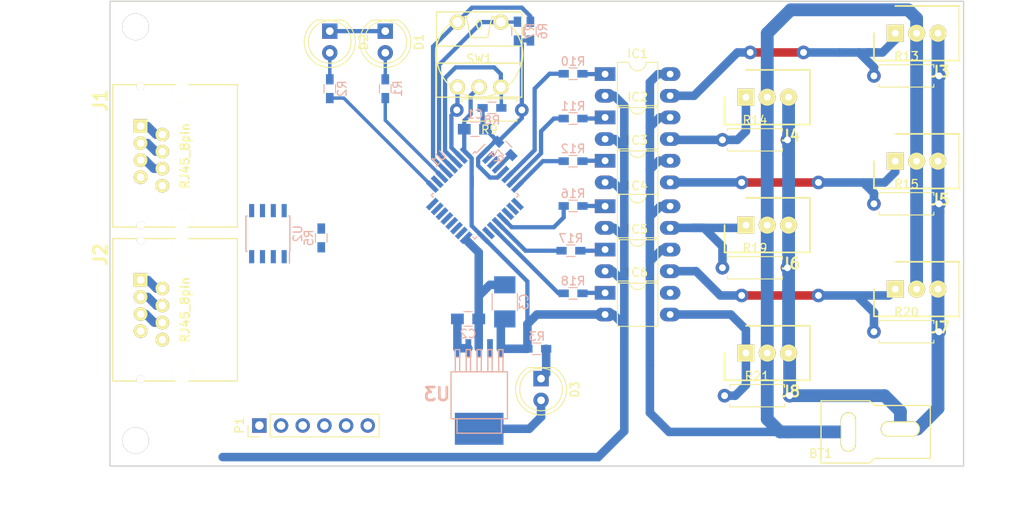
<source format=kicad_pcb>
(kicad_pcb (version 4) (host pcbnew 4.0.6)

  (general
    (links 117)
    (no_connects 24)
    (area 70.900002 77.034 191.176192 142.45)
    (thickness 1.6)
    (drawings 7)
    (tracks 280)
    (zones 0)
    (modules 47)
    (nets 55)
  )

  (page A4)
  (layers
    (0 F.Cu signal)
    (31 B.Cu signal)
    (32 B.Adhes user)
    (33 F.Adhes user)
    (34 B.Paste user)
    (35 F.Paste user)
    (36 B.SilkS user)
    (37 F.SilkS user)
    (38 B.Mask user)
    (39 F.Mask user)
    (40 Dwgs.User user)
    (41 Cmts.User user)
    (42 Eco1.User user)
    (43 Eco2.User user)
    (44 Edge.Cuts user)
    (45 Margin user)
    (46 B.CrtYd user)
    (47 F.CrtYd user)
    (48 B.Fab user)
    (49 F.Fab user)
  )

  (setup
    (last_trace_width 1)
    (user_trace_width 0.4)
    (user_trace_width 1)
    (user_trace_width 1.5)
    (trace_clearance 0.2)
    (zone_clearance 0.508)
    (zone_45_only no)
    (trace_min 0)
    (segment_width 0.2)
    (edge_width 0.15)
    (via_size 1.6)
    (via_drill 0.8)
    (via_min_size 1.6)
    (via_min_drill 0.8)
    (user_via 3.11 3.1)
    (uvia_size 0.3)
    (uvia_drill 0.1)
    (uvias_allowed no)
    (uvia_min_size 0.2)
    (uvia_min_drill 0.1)
    (pcb_text_width 0.3)
    (pcb_text_size 1.5 1.5)
    (mod_edge_width 0.15)
    (mod_text_size 1 1)
    (mod_text_width 0.15)
    (pad_size 1.778 1.778)
    (pad_drill 0.8)
    (pad_to_mask_clearance 0.2)
    (aux_axis_origin 0 0)
    (visible_elements 7FFFFFFF)
    (pcbplotparams
      (layerselection 0x00030_80000001)
      (usegerberextensions false)
      (excludeedgelayer true)
      (linewidth 0.100000)
      (plotframeref false)
      (viasonmask false)
      (mode 1)
      (useauxorigin false)
      (hpglpennumber 1)
      (hpglpenspeed 20)
      (hpglpendiameter 15)
      (hpglpenoverlay 2)
      (psnegative false)
      (psa4output false)
      (plotreference true)
      (plotvalue true)
      (plotinvisibletext false)
      (padsonsilk false)
      (subtractmaskfromsilk false)
      (outputformat 1)
      (mirror false)
      (drillshape 1)
      (scaleselection 1)
      (outputdirectory ""))
  )

  (net 0 "")
  (net 1 +7.4V)
  (net 2 GNDPWR)
  (net 3 +3V3)
  (net 4 GND)
  (net 5 +5V)
  (net 6 "Net-(D1-Pad2)")
  (net 7 "Net-(D2-Pad2)")
  (net 8 "Net-(D3-Pad1)")
  (net 9 /Servo0)
  (net 10 "Net-(IC1-Pad3)")
  (net 11 /Servo1)
  (net 12 "Net-(IC2-Pad3)")
  (net 13 /Servo2)
  (net 14 "Net-(IC3-Pad3)")
  (net 15 /Servo3)
  (net 16 "Net-(IC4-Pad3)")
  (net 17 /Servo4)
  (net 18 "Net-(IC5-Pad3)")
  (net 19 /Servo5)
  (net 20 "Net-(IC6-Pad3)")
  (net 21 "Net-(J1-Pad7)")
  (net 22 +12V)
  (net 23 "Net-(J1-Pad8)")
  (net 24 "Net-(P1-Pad1)")
  (net 25 /SWCLK)
  (net 26 /SWDIO)
  (net 27 /NRST)
  (net 28 /SWO)
  (net 29 "Net-(R1-Pad1)")
  (net 30 "Net-(R2-Pad1)")
  (net 31 "Net-(R5-Pad1)")
  (net 32 /RotarySW/BIT0)
  (net 33 /RotarySW/BIT1)
  (net 34 /RotarySW/BIT2)
  (net 35 /RotarySW/BIT3)
  (net 36 "Net-(U1-Pad2)")
  (net 37 "Net-(U1-Pad3)")
  (net 38 "Net-(U1-Pad9)")
  (net 39 "Net-(U1-Pad10)")
  (net 40 "Net-(U1-Pad11)")
  (net 41 "Net-(U1-Pad15)")
  (net 42 /CAN_RxD)
  (net 43 /CAN_TxD)
  (net 44 "Net-(U2-Pad5)")
  (net 45 "Net-(U3-Pad4)")
  (net 46 "Net-(U1-Pad18)")
  (net 47 "Net-(U1-Pad19)")
  (net 48 "Net-(U1-Pad20)")
  (net 49 "Net-(IC1-Pad1)")
  (net 50 "Net-(IC2-Pad1)")
  (net 51 "Net-(IC3-Pad1)")
  (net 52 "Net-(IC4-Pad1)")
  (net 53 "Net-(IC5-Pad1)")
  (net 54 "Net-(IC6-Pad1)")

  (net_class Default "これは標準のネット クラスです。"
    (clearance 0.2)
    (trace_width 0.5)
    (via_dia 1.6)
    (via_drill 0.8)
    (uvia_dia 0.3)
    (uvia_drill 0.1)
    (add_net +12V)
    (add_net +3V3)
    (add_net +5V)
    (add_net +7.4V)
    (add_net /CAN_RxD)
    (add_net /CAN_TxD)
    (add_net /NRST)
    (add_net /RotarySW/BIT0)
    (add_net /RotarySW/BIT1)
    (add_net /RotarySW/BIT2)
    (add_net /RotarySW/BIT3)
    (add_net /SWCLK)
    (add_net /SWDIO)
    (add_net /SWO)
    (add_net /Servo0)
    (add_net /Servo1)
    (add_net /Servo2)
    (add_net /Servo3)
    (add_net /Servo4)
    (add_net /Servo5)
    (add_net GND)
    (add_net GNDPWR)
    (add_net "Net-(D1-Pad2)")
    (add_net "Net-(D2-Pad2)")
    (add_net "Net-(D3-Pad1)")
    (add_net "Net-(IC1-Pad1)")
    (add_net "Net-(IC1-Pad3)")
    (add_net "Net-(IC2-Pad1)")
    (add_net "Net-(IC2-Pad3)")
    (add_net "Net-(IC3-Pad1)")
    (add_net "Net-(IC3-Pad3)")
    (add_net "Net-(IC4-Pad1)")
    (add_net "Net-(IC4-Pad3)")
    (add_net "Net-(IC5-Pad1)")
    (add_net "Net-(IC5-Pad3)")
    (add_net "Net-(IC6-Pad1)")
    (add_net "Net-(IC6-Pad3)")
    (add_net "Net-(J1-Pad7)")
    (add_net "Net-(J1-Pad8)")
    (add_net "Net-(P1-Pad1)")
    (add_net "Net-(R1-Pad1)")
    (add_net "Net-(R2-Pad1)")
    (add_net "Net-(R5-Pad1)")
    (add_net "Net-(U1-Pad10)")
    (add_net "Net-(U1-Pad11)")
    (add_net "Net-(U1-Pad15)")
    (add_net "Net-(U1-Pad18)")
    (add_net "Net-(U1-Pad19)")
    (add_net "Net-(U1-Pad2)")
    (add_net "Net-(U1-Pad20)")
    (add_net "Net-(U1-Pad3)")
    (add_net "Net-(U1-Pad9)")
    (add_net "Net-(U2-Pad5)")
    (add_net "Net-(U3-Pad4)")
  )

  (module Resistors_SMD:R_0603_HandSoldering (layer B.Cu) (tedit 58E0A804) (tstamp 5971CE6B)
    (at 138.25 88.25 180)
    (descr "Resistor SMD 0603, hand soldering")
    (tags "resistor 0603")
    (path /5971C1F8/5955C6EF)
    (attr smd)
    (fp_text reference R10 (at 0 1.45 180) (layer B.SilkS)
      (effects (font (size 1 1) (thickness 0.15)) (justify mirror))
    )
    (fp_text value 1k (at 0 -1.55 180) (layer B.Fab)
      (effects (font (size 1 1) (thickness 0.15)) (justify mirror))
    )
    (fp_text user %R (at 0 0 180) (layer B.Fab)
      (effects (font (size 0.4 0.4) (thickness 0.075)) (justify mirror))
    )
    (fp_line (start -0.8 -0.4) (end -0.8 0.4) (layer B.Fab) (width 0.1))
    (fp_line (start 0.8 -0.4) (end -0.8 -0.4) (layer B.Fab) (width 0.1))
    (fp_line (start 0.8 0.4) (end 0.8 -0.4) (layer B.Fab) (width 0.1))
    (fp_line (start -0.8 0.4) (end 0.8 0.4) (layer B.Fab) (width 0.1))
    (fp_line (start 0.5 -0.68) (end -0.5 -0.68) (layer B.SilkS) (width 0.12))
    (fp_line (start -0.5 0.68) (end 0.5 0.68) (layer B.SilkS) (width 0.12))
    (fp_line (start -1.96 0.7) (end 1.95 0.7) (layer B.CrtYd) (width 0.05))
    (fp_line (start -1.96 0.7) (end -1.96 -0.7) (layer B.CrtYd) (width 0.05))
    (fp_line (start 1.95 -0.7) (end 1.95 0.7) (layer B.CrtYd) (width 0.05))
    (fp_line (start 1.95 -0.7) (end -1.96 -0.7) (layer B.CrtYd) (width 0.05))
    (pad 1 smd rect (at -1.1 0 180) (size 1.2 0.9) (layers B.Cu B.Paste B.Mask)
      (net 49 "Net-(IC1-Pad1)"))
    (pad 2 smd rect (at 1.1 0 180) (size 1.2 0.9) (layers B.Cu B.Paste B.Mask)
      (net 9 /Servo0))
    (model ${KISYS3DMOD}/Resistors_SMD.3dshapes/R_0603.wrl
      (at (xyz 0 0 0))
      (scale (xyz 1 1 1))
      (rotate (xyz 0 0 0))
    )
  )

  (module YASU:XA_3Pin_LP (layer F.Cu) (tedit 5972E625) (tstamp 5972EFE1)
    (at 176 98.5 180)
    (descr B04B-XASK-1)
    (tags Connector)
    (path /5971C1F8/5955C648)
    (fp_text reference J5 (at -5.25 -4.5 180) (layer F.SilkS)
      (effects (font (size 1.27 1.27) (thickness 0.254)))
    )
    (fp_text value servo2 (at -4.75 5.25 180) (layer F.SilkS) hide
      (effects (font (size 1.27 1.27) (thickness 0.254)))
    )
    (fp_line (start 2.75 3.45) (end -7.75 3.45) (layer Dwgs.User) (width 0.05))
    (fp_line (start -7.75 3.45) (end -7.75 -3.45) (layer Dwgs.User) (width 0.05))
    (fp_line (start -7.75 -3.45) (end 2.75 -3.45) (layer Dwgs.User) (width 0.05))
    (fp_line (start 2.75 -3.45) (end 2.75 3.45) (layer Dwgs.User) (width 0.05))
    (fp_line (start 2.5 3.2) (end -7.5 3.2) (layer Dwgs.User) (width 0.1))
    (fp_line (start -7.5 3.2) (end -7.5 -3.2) (layer Dwgs.User) (width 0.1))
    (fp_line (start -7.5 -3.2) (end 2.5 -3.2) (layer Dwgs.User) (width 0.1))
    (fp_line (start 2.5 -3.2) (end 2.5 3.2) (layer Dwgs.User) (width 0.1))
    (fp_line (start 0 3.2) (end -7.5 3.2) (layer F.SilkS) (width 0.2))
    (fp_line (start -7.5 3.2) (end -7.5 -3.2) (layer F.SilkS) (width 0.2))
    (fp_line (start -7.5 -3.2) (end 2.5 -3.2) (layer F.SilkS) (width 0.2))
    (fp_line (start 2.5 -3.2) (end 2.5 0) (layer F.SilkS) (width 0.2))
    (pad 1 thru_hole rect (at 0 0 270) (size 2 2) (drill 0.8) (layers *.Cu *.Mask F.SilkS)
      (net 14 "Net-(IC3-Pad3)"))
    (pad 2 thru_hole circle (at -2.5 0 270) (size 2 2) (drill 0.8) (layers *.Cu *.Mask F.SilkS)
      (net 1 +7.4V))
    (pad 3 thru_hole circle (at -5 0 270) (size 2 2) (drill 0.8) (layers *.Cu *.Mask F.SilkS)
      (net 2 GNDPWR))
  )

  (module YASU:XT_M (layer F.Cu) (tedit 597327CC) (tstamp 5971CD87)
    (at 170.5 130.25)
    (path /5954C4A7)
    (fp_text reference BT1 (at -3.25 2.525) (layer F.SilkS)
      (effects (font (size 1 1) (thickness 0.15)))
    )
    (fp_text value Battery_Cell (at 16 0) (layer F.Fab)
      (effects (font (size 1 1) (thickness 0.15)))
    )
    (fp_line (start -3.2 -3.65) (end -3.2 3.65) (layer F.SilkS) (width 0.15))
    (fp_line (start -3.2 3.65) (end 2.5 3.65) (layer F.SilkS) (width 0.15))
    (fp_line (start 2.5 3.65) (end 3.05 3.1) (layer F.SilkS) (width 0.15))
    (fp_line (start 3.05 3.1) (end 9.6 3.1) (layer F.SilkS) (width 0.15))
    (fp_line (start 9.6 3.1) (end 9.6 -3.1) (layer F.SilkS) (width 0.15))
    (fp_line (start 9.6 -3.1) (end 3.05 -3.1) (layer F.SilkS) (width 0.15))
    (fp_line (start 3.05 -3.1) (end 2.5 -3.65) (layer F.SilkS) (width 0.15))
    (fp_line (start 2.5 -3.65) (end -3.2 -3.65) (layer F.SilkS) (width 0.15))
    (pad 1 thru_hole oval (at 0 0) (size 1.8 4.6) (drill oval 1.5 4.3) (layers *.Cu *.Mask F.SilkS)
      (net 1 +7.4V))
    (pad 2 thru_hole oval (at 6.1 -0.35) (size 4.6 1.8) (drill oval 4.3 1.5) (layers *.Cu *.Mask F.SilkS)
      (net 2 GNDPWR))
  )

  (module Capacitors_SMD:C_0805_HandSoldering (layer B.Cu) (tedit 58AA84A8) (tstamp 5971CD8D)
    (at 126.75 94.75 180)
    (descr "Capacitor SMD 0805, hand soldering")
    (tags "capacitor 0805")
    (path /594E91F1)
    (attr smd)
    (fp_text reference C1 (at 0 1.75 180) (layer B.SilkS)
      (effects (font (size 1 1) (thickness 0.15)) (justify mirror))
    )
    (fp_text value 0.1u (at 0 -1.75 180) (layer B.Fab)
      (effects (font (size 1 1) (thickness 0.15)) (justify mirror))
    )
    (fp_text user %R (at 0 1.75 180) (layer B.Fab)
      (effects (font (size 1 1) (thickness 0.15)) (justify mirror))
    )
    (fp_line (start -1 -0.62) (end -1 0.62) (layer B.Fab) (width 0.1))
    (fp_line (start 1 -0.62) (end -1 -0.62) (layer B.Fab) (width 0.1))
    (fp_line (start 1 0.62) (end 1 -0.62) (layer B.Fab) (width 0.1))
    (fp_line (start -1 0.62) (end 1 0.62) (layer B.Fab) (width 0.1))
    (fp_line (start 0.5 0.85) (end -0.5 0.85) (layer B.SilkS) (width 0.12))
    (fp_line (start -0.5 -0.85) (end 0.5 -0.85) (layer B.SilkS) (width 0.12))
    (fp_line (start -2.25 0.88) (end 2.25 0.88) (layer B.CrtYd) (width 0.05))
    (fp_line (start -2.25 0.88) (end -2.25 -0.87) (layer B.CrtYd) (width 0.05))
    (fp_line (start 2.25 -0.87) (end 2.25 0.88) (layer B.CrtYd) (width 0.05))
    (fp_line (start 2.25 -0.87) (end -2.25 -0.87) (layer B.CrtYd) (width 0.05))
    (pad 1 smd rect (at -1.25 0 180) (size 1.5 1.25) (layers B.Cu B.Paste B.Mask)
      (net 3 +3V3))
    (pad 2 smd rect (at 1.25 0 180) (size 1.5 1.25) (layers B.Cu B.Paste B.Mask)
      (net 4 GND))
    (model Capacitors_SMD.3dshapes/C_0805.wrl
      (at (xyz 0 0 0))
      (scale (xyz 1 1 1))
      (rotate (xyz 0 0 0))
    )
  )

  (module Capacitors_SMD:C_0805_HandSoldering (layer B.Cu) (tedit 58AA84A8) (tstamp 5971CD93)
    (at 125.95 117)
    (descr "Capacitor SMD 0805, hand soldering")
    (tags "capacitor 0805")
    (path /594B6893/58DB5268)
    (attr smd)
    (fp_text reference C2 (at 0 1.75) (layer B.SilkS)
      (effects (font (size 1 1) (thickness 0.15)) (justify mirror))
    )
    (fp_text value 0.1u (at 0 -1.75) (layer B.Fab)
      (effects (font (size 1 1) (thickness 0.15)) (justify mirror))
    )
    (fp_text user %R (at 0 1.75) (layer B.Fab)
      (effects (font (size 1 1) (thickness 0.15)) (justify mirror))
    )
    (fp_line (start -1 -0.62) (end -1 0.62) (layer B.Fab) (width 0.1))
    (fp_line (start 1 -0.62) (end -1 -0.62) (layer B.Fab) (width 0.1))
    (fp_line (start 1 0.62) (end 1 -0.62) (layer B.Fab) (width 0.1))
    (fp_line (start -1 0.62) (end 1 0.62) (layer B.Fab) (width 0.1))
    (fp_line (start 0.5 0.85) (end -0.5 0.85) (layer B.SilkS) (width 0.12))
    (fp_line (start -0.5 -0.85) (end 0.5 -0.85) (layer B.SilkS) (width 0.12))
    (fp_line (start -2.25 0.88) (end 2.25 0.88) (layer B.CrtYd) (width 0.05))
    (fp_line (start -2.25 0.88) (end -2.25 -0.87) (layer B.CrtYd) (width 0.05))
    (fp_line (start 2.25 -0.87) (end 2.25 0.88) (layer B.CrtYd) (width 0.05))
    (fp_line (start 2.25 -0.87) (end -2.25 -0.87) (layer B.CrtYd) (width 0.05))
    (pad 1 smd rect (at -1.25 0) (size 1.5 1.25) (layers B.Cu B.Paste B.Mask)
      (net 5 +5V))
    (pad 2 smd rect (at 1.25 0) (size 1.5 1.25) (layers B.Cu B.Paste B.Mask)
      (net 3 +3V3))
    (model Capacitors_SMD.3dshapes/C_0805.wrl
      (at (xyz 0 0 0))
      (scale (xyz 1 1 1))
      (rotate (xyz 0 0 0))
    )
  )

  (module Capacitors_SMD:C_1210_HandSoldering (layer B.Cu) (tedit 58AA84FB) (tstamp 5971CD99)
    (at 130.25 115 90)
    (descr "Capacitor SMD 1210, hand soldering")
    (tags "capacitor 1210")
    (path /594B6893/58DB5295)
    (attr smd)
    (fp_text reference C3 (at 0 2.25 90) (layer B.SilkS)
      (effects (font (size 1 1) (thickness 0.15)) (justify mirror))
    )
    (fp_text value 47u (at 0 -2.5 90) (layer B.Fab)
      (effects (font (size 1 1) (thickness 0.15)) (justify mirror))
    )
    (fp_text user %R (at 0 2.25 90) (layer B.Fab)
      (effects (font (size 1 1) (thickness 0.15)) (justify mirror))
    )
    (fp_line (start -1.6 -1.25) (end -1.6 1.25) (layer B.Fab) (width 0.1))
    (fp_line (start 1.6 -1.25) (end -1.6 -1.25) (layer B.Fab) (width 0.1))
    (fp_line (start 1.6 1.25) (end 1.6 -1.25) (layer B.Fab) (width 0.1))
    (fp_line (start -1.6 1.25) (end 1.6 1.25) (layer B.Fab) (width 0.1))
    (fp_line (start 1 1.48) (end -1 1.48) (layer B.SilkS) (width 0.12))
    (fp_line (start -1 -1.48) (end 1 -1.48) (layer B.SilkS) (width 0.12))
    (fp_line (start -3.25 1.5) (end 3.25 1.5) (layer B.CrtYd) (width 0.05))
    (fp_line (start -3.25 1.5) (end -3.25 -1.5) (layer B.CrtYd) (width 0.05))
    (fp_line (start 3.25 -1.5) (end 3.25 1.5) (layer B.CrtYd) (width 0.05))
    (fp_line (start 3.25 -1.5) (end -3.25 -1.5) (layer B.CrtYd) (width 0.05))
    (pad 1 smd rect (at -2 0 90) (size 2 2.5) (layers B.Cu B.Paste B.Mask)
      (net 4 GND))
    (pad 2 smd rect (at 2 0 90) (size 2 2.5) (layers B.Cu B.Paste B.Mask)
      (net 3 +3V3))
    (model Capacitors_SMD.3dshapes/C_1210.wrl
      (at (xyz 0 0 0))
      (scale (xyz 1 1 1))
      (rotate (xyz 0 0 0))
    )
  )

  (module LEDs:LED_D5.0mm (layer F.Cu) (tedit 587A3A7B) (tstamp 5971CD9F)
    (at 116.25 83.25 270)
    (descr "LED, diameter 5.0mm, 2 pins, http://cdn-reichelt.de/documents/datenblatt/A500/LL-504BC2E-009.pdf")
    (tags "LED diameter 5.0mm 2 pins")
    (path /59727C65)
    (fp_text reference D1 (at 1.27 -3.96 270) (layer F.SilkS)
      (effects (font (size 1 1) (thickness 0.15)))
    )
    (fp_text value LED (at 1.27 3.96 270) (layer F.Fab)
      (effects (font (size 1 1) (thickness 0.15)))
    )
    (fp_arc (start 1.27 0) (end -1.23 -1.469694) (angle 299.1) (layer F.Fab) (width 0.1))
    (fp_arc (start 1.27 0) (end -1.29 -1.54483) (angle 148.9) (layer F.SilkS) (width 0.12))
    (fp_arc (start 1.27 0) (end -1.29 1.54483) (angle -148.9) (layer F.SilkS) (width 0.12))
    (fp_circle (center 1.27 0) (end 3.77 0) (layer F.Fab) (width 0.1))
    (fp_circle (center 1.27 0) (end 3.77 0) (layer F.SilkS) (width 0.12))
    (fp_line (start -1.23 -1.469694) (end -1.23 1.469694) (layer F.Fab) (width 0.1))
    (fp_line (start -1.29 -1.545) (end -1.29 1.545) (layer F.SilkS) (width 0.12))
    (fp_line (start -1.95 -3.25) (end -1.95 3.25) (layer F.CrtYd) (width 0.05))
    (fp_line (start -1.95 3.25) (end 4.5 3.25) (layer F.CrtYd) (width 0.05))
    (fp_line (start 4.5 3.25) (end 4.5 -3.25) (layer F.CrtYd) (width 0.05))
    (fp_line (start 4.5 -3.25) (end -1.95 -3.25) (layer F.CrtYd) (width 0.05))
    (pad 1 thru_hole rect (at 0 0 270) (size 1.8 1.8) (drill 0.9) (layers *.Cu *.Mask)
      (net 4 GND))
    (pad 2 thru_hole circle (at 2.54 0 270) (size 1.8 1.8) (drill 0.9) (layers *.Cu *.Mask)
      (net 6 "Net-(D1-Pad2)"))
    (model ${KISYS3DMOD}/LEDs.3dshapes/LED_D5.0mm.wrl
      (at (xyz 0 0 0))
      (scale (xyz 0.393701 0.393701 0.393701))
      (rotate (xyz 0 0 0))
    )
  )

  (module LEDs:LED_D5.0mm (layer F.Cu) (tedit 587A3A7B) (tstamp 5971CDA5)
    (at 109.75 83.25 270)
    (descr "LED, diameter 5.0mm, 2 pins, http://cdn-reichelt.de/documents/datenblatt/A500/LL-504BC2E-009.pdf")
    (tags "LED diameter 5.0mm 2 pins")
    (path /5972966B)
    (fp_text reference D2 (at 1.27 -3.96 270) (layer F.SilkS)
      (effects (font (size 1 1) (thickness 0.15)))
    )
    (fp_text value LED (at 1.27 3.96 270) (layer F.Fab)
      (effects (font (size 1 1) (thickness 0.15)))
    )
    (fp_arc (start 1.27 0) (end -1.23 -1.469694) (angle 299.1) (layer F.Fab) (width 0.1))
    (fp_arc (start 1.27 0) (end -1.29 -1.54483) (angle 148.9) (layer F.SilkS) (width 0.12))
    (fp_arc (start 1.27 0) (end -1.29 1.54483) (angle -148.9) (layer F.SilkS) (width 0.12))
    (fp_circle (center 1.27 0) (end 3.77 0) (layer F.Fab) (width 0.1))
    (fp_circle (center 1.27 0) (end 3.77 0) (layer F.SilkS) (width 0.12))
    (fp_line (start -1.23 -1.469694) (end -1.23 1.469694) (layer F.Fab) (width 0.1))
    (fp_line (start -1.29 -1.545) (end -1.29 1.545) (layer F.SilkS) (width 0.12))
    (fp_line (start -1.95 -3.25) (end -1.95 3.25) (layer F.CrtYd) (width 0.05))
    (fp_line (start -1.95 3.25) (end 4.5 3.25) (layer F.CrtYd) (width 0.05))
    (fp_line (start 4.5 3.25) (end 4.5 -3.25) (layer F.CrtYd) (width 0.05))
    (fp_line (start 4.5 -3.25) (end -1.95 -3.25) (layer F.CrtYd) (width 0.05))
    (pad 1 thru_hole rect (at 0 0 270) (size 1.8 1.8) (drill 0.9) (layers *.Cu *.Mask)
      (net 4 GND))
    (pad 2 thru_hole circle (at 2.54 0 270) (size 1.8 1.8) (drill 0.9) (layers *.Cu *.Mask)
      (net 7 "Net-(D2-Pad2)"))
    (model ${KISYS3DMOD}/LEDs.3dshapes/LED_D5.0mm.wrl
      (at (xyz 0 0 0))
      (scale (xyz 0.393701 0.393701 0.393701))
      (rotate (xyz 0 0 0))
    )
  )

  (module LEDs:LED_D5.0mm (layer F.Cu) (tedit 587A3A7B) (tstamp 5971CDAB)
    (at 134.5 124 270)
    (descr "LED, diameter 5.0mm, 2 pins, http://cdn-reichelt.de/documents/datenblatt/A500/LL-504BC2E-009.pdf")
    (tags "LED diameter 5.0mm 2 pins")
    (path /5954CB91)
    (fp_text reference D3 (at 1.27 -3.96 270) (layer F.SilkS)
      (effects (font (size 1 1) (thickness 0.15)))
    )
    (fp_text value LED (at 1.27 3.96 270) (layer F.Fab)
      (effects (font (size 1 1) (thickness 0.15)))
    )
    (fp_arc (start 1.27 0) (end -1.23 -1.469694) (angle 299.1) (layer F.Fab) (width 0.1))
    (fp_arc (start 1.27 0) (end -1.29 -1.54483) (angle 148.9) (layer F.SilkS) (width 0.12))
    (fp_arc (start 1.27 0) (end -1.29 1.54483) (angle -148.9) (layer F.SilkS) (width 0.12))
    (fp_circle (center 1.27 0) (end 3.77 0) (layer F.Fab) (width 0.1))
    (fp_circle (center 1.27 0) (end 3.77 0) (layer F.SilkS) (width 0.12))
    (fp_line (start -1.23 -1.469694) (end -1.23 1.469694) (layer F.Fab) (width 0.1))
    (fp_line (start -1.29 -1.545) (end -1.29 1.545) (layer F.SilkS) (width 0.12))
    (fp_line (start -1.95 -3.25) (end -1.95 3.25) (layer F.CrtYd) (width 0.05))
    (fp_line (start -1.95 3.25) (end 4.5 3.25) (layer F.CrtYd) (width 0.05))
    (fp_line (start 4.5 3.25) (end 4.5 -3.25) (layer F.CrtYd) (width 0.05))
    (fp_line (start 4.5 -3.25) (end -1.95 -3.25) (layer F.CrtYd) (width 0.05))
    (pad 1 thru_hole rect (at 0 0 270) (size 1.8 1.8) (drill 0.9) (layers *.Cu *.Mask)
      (net 8 "Net-(D3-Pad1)"))
    (pad 2 thru_hole circle (at 2.54 0 270) (size 1.8 1.8) (drill 0.9) (layers *.Cu *.Mask)
      (net 3 +3V3))
    (model ${KISYS3DMOD}/LEDs.3dshapes/LED_D5.0mm.wrl
      (at (xyz 0 0 0))
      (scale (xyz 0.393701 0.393701 0.393701))
      (rotate (xyz 0 0 0))
    )
  )

  (module Housings_DIP:DIP-4_W7.62mm_LongPads (layer F.Cu) (tedit 58CC8E31) (tstamp 5971CDB3)
    (at 142.002 88.29)
    (descr "4-lead dip package, row spacing 7.62 mm (300 mils), LongPads")
    (tags "DIL DIP PDIP 2.54mm 7.62mm 300mil LongPads")
    (path /5971C1F8/5955C6A4)
    (fp_text reference IC1 (at 3.81 -2.39) (layer F.SilkS)
      (effects (font (size 1 1) (thickness 0.15)))
    )
    (fp_text value TLP521 (at 3.81 4.93) (layer F.Fab)
      (effects (font (size 1 1) (thickness 0.15)))
    )
    (fp_text user %R (at 3.81 1.27) (layer F.Fab)
      (effects (font (size 1 1) (thickness 0.15)))
    )
    (fp_line (start 1.635 -1.27) (end 6.985 -1.27) (layer F.Fab) (width 0.1))
    (fp_line (start 6.985 -1.27) (end 6.985 3.81) (layer F.Fab) (width 0.1))
    (fp_line (start 6.985 3.81) (end 0.635 3.81) (layer F.Fab) (width 0.1))
    (fp_line (start 0.635 3.81) (end 0.635 -0.27) (layer F.Fab) (width 0.1))
    (fp_line (start 0.635 -0.27) (end 1.635 -1.27) (layer F.Fab) (width 0.1))
    (fp_line (start 2.81 -1.39) (end 1.44 -1.39) (layer F.SilkS) (width 0.12))
    (fp_line (start 1.44 -1.39) (end 1.44 3.93) (layer F.SilkS) (width 0.12))
    (fp_line (start 1.44 3.93) (end 6.18 3.93) (layer F.SilkS) (width 0.12))
    (fp_line (start 6.18 3.93) (end 6.18 -1.39) (layer F.SilkS) (width 0.12))
    (fp_line (start 6.18 -1.39) (end 4.81 -1.39) (layer F.SilkS) (width 0.12))
    (fp_line (start -1.5 -1.6) (end -1.5 4.1) (layer F.CrtYd) (width 0.05))
    (fp_line (start -1.5 4.1) (end 9.1 4.1) (layer F.CrtYd) (width 0.05))
    (fp_line (start 9.1 4.1) (end 9.1 -1.6) (layer F.CrtYd) (width 0.05))
    (fp_line (start 9.1 -1.6) (end -1.5 -1.6) (layer F.CrtYd) (width 0.05))
    (fp_arc (start 3.81 -1.39) (end 2.81 -1.39) (angle -180) (layer F.SilkS) (width 0.12))
    (pad 1 thru_hole rect (at 0 0) (size 2.4 1.6) (drill 0.8) (layers *.Cu *.Mask)
      (net 49 "Net-(IC1-Pad1)"))
    (pad 3 thru_hole oval (at 7.62 2.54) (size 2.4 1.6) (drill 0.8) (layers *.Cu *.Mask)
      (net 10 "Net-(IC1-Pad3)"))
    (pad 2 thru_hole oval (at 0 2.54) (size 2.4 1.6) (drill 0.8) (layers *.Cu *.Mask)
      (net 4 GND))
    (pad 4 thru_hole oval (at 7.62 0) (size 2.4 1.6) (drill 0.8) (layers *.Cu *.Mask)
      (net 1 +7.4V))
    (model ${KISYS3DMOD}/Housings_DIP.3dshapes/DIP-4_W7.62mm_LongPads.wrl
      (at (xyz 0 0 0))
      (scale (xyz 1 1 1))
      (rotate (xyz 0 0 0))
    )
  )

  (module Housings_DIP:DIP-4_W7.62mm_LongPads (layer F.Cu) (tedit 58CC8E31) (tstamp 5971CDBB)
    (at 142.002 93.37)
    (descr "4-lead dip package, row spacing 7.62 mm (300 mils), LongPads")
    (tags "DIL DIP PDIP 2.54mm 7.62mm 300mil LongPads")
    (path /5971C1F8/5955C6C4)
    (fp_text reference IC2 (at 3.81 -2.39) (layer F.SilkS)
      (effects (font (size 1 1) (thickness 0.15)))
    )
    (fp_text value TLP521 (at 3.81 4.93) (layer F.Fab)
      (effects (font (size 1 1) (thickness 0.15)))
    )
    (fp_text user %R (at 3.81 1.27) (layer F.Fab)
      (effects (font (size 1 1) (thickness 0.15)))
    )
    (fp_line (start 1.635 -1.27) (end 6.985 -1.27) (layer F.Fab) (width 0.1))
    (fp_line (start 6.985 -1.27) (end 6.985 3.81) (layer F.Fab) (width 0.1))
    (fp_line (start 6.985 3.81) (end 0.635 3.81) (layer F.Fab) (width 0.1))
    (fp_line (start 0.635 3.81) (end 0.635 -0.27) (layer F.Fab) (width 0.1))
    (fp_line (start 0.635 -0.27) (end 1.635 -1.27) (layer F.Fab) (width 0.1))
    (fp_line (start 2.81 -1.39) (end 1.44 -1.39) (layer F.SilkS) (width 0.12))
    (fp_line (start 1.44 -1.39) (end 1.44 3.93) (layer F.SilkS) (width 0.12))
    (fp_line (start 1.44 3.93) (end 6.18 3.93) (layer F.SilkS) (width 0.12))
    (fp_line (start 6.18 3.93) (end 6.18 -1.39) (layer F.SilkS) (width 0.12))
    (fp_line (start 6.18 -1.39) (end 4.81 -1.39) (layer F.SilkS) (width 0.12))
    (fp_line (start -1.5 -1.6) (end -1.5 4.1) (layer F.CrtYd) (width 0.05))
    (fp_line (start -1.5 4.1) (end 9.1 4.1) (layer F.CrtYd) (width 0.05))
    (fp_line (start 9.1 4.1) (end 9.1 -1.6) (layer F.CrtYd) (width 0.05))
    (fp_line (start 9.1 -1.6) (end -1.5 -1.6) (layer F.CrtYd) (width 0.05))
    (fp_arc (start 3.81 -1.39) (end 2.81 -1.39) (angle -180) (layer F.SilkS) (width 0.12))
    (pad 1 thru_hole rect (at 0 0) (size 2.4 1.6) (drill 0.8) (layers *.Cu *.Mask)
      (net 50 "Net-(IC2-Pad1)"))
    (pad 3 thru_hole oval (at 7.62 2.54) (size 2.4 1.6) (drill 0.8) (layers *.Cu *.Mask)
      (net 12 "Net-(IC2-Pad3)"))
    (pad 2 thru_hole oval (at 0 2.54) (size 2.4 1.6) (drill 0.8) (layers *.Cu *.Mask)
      (net 4 GND))
    (pad 4 thru_hole oval (at 7.62 0) (size 2.4 1.6) (drill 0.8) (layers *.Cu *.Mask)
      (net 1 +7.4V))
    (model ${KISYS3DMOD}/Housings_DIP.3dshapes/DIP-4_W7.62mm_LongPads.wrl
      (at (xyz 0 0 0))
      (scale (xyz 1 1 1))
      (rotate (xyz 0 0 0))
    )
  )

  (module Housings_DIP:DIP-4_W7.62mm_LongPads (layer F.Cu) (tedit 58CC8E31) (tstamp 5971CDC3)
    (at 142.002 98.45)
    (descr "4-lead dip package, row spacing 7.62 mm (300 mils), LongPads")
    (tags "DIL DIP PDIP 2.54mm 7.62mm 300mil LongPads")
    (path /5971C1F8/5955C739)
    (fp_text reference IC3 (at 3.81 -2.39) (layer F.SilkS)
      (effects (font (size 1 1) (thickness 0.15)))
    )
    (fp_text value TLP521 (at 3.81 4.93) (layer F.Fab)
      (effects (font (size 1 1) (thickness 0.15)))
    )
    (fp_text user %R (at 3.81 1.27) (layer F.Fab)
      (effects (font (size 1 1) (thickness 0.15)))
    )
    (fp_line (start 1.635 -1.27) (end 6.985 -1.27) (layer F.Fab) (width 0.1))
    (fp_line (start 6.985 -1.27) (end 6.985 3.81) (layer F.Fab) (width 0.1))
    (fp_line (start 6.985 3.81) (end 0.635 3.81) (layer F.Fab) (width 0.1))
    (fp_line (start 0.635 3.81) (end 0.635 -0.27) (layer F.Fab) (width 0.1))
    (fp_line (start 0.635 -0.27) (end 1.635 -1.27) (layer F.Fab) (width 0.1))
    (fp_line (start 2.81 -1.39) (end 1.44 -1.39) (layer F.SilkS) (width 0.12))
    (fp_line (start 1.44 -1.39) (end 1.44 3.93) (layer F.SilkS) (width 0.12))
    (fp_line (start 1.44 3.93) (end 6.18 3.93) (layer F.SilkS) (width 0.12))
    (fp_line (start 6.18 3.93) (end 6.18 -1.39) (layer F.SilkS) (width 0.12))
    (fp_line (start 6.18 -1.39) (end 4.81 -1.39) (layer F.SilkS) (width 0.12))
    (fp_line (start -1.5 -1.6) (end -1.5 4.1) (layer F.CrtYd) (width 0.05))
    (fp_line (start -1.5 4.1) (end 9.1 4.1) (layer F.CrtYd) (width 0.05))
    (fp_line (start 9.1 4.1) (end 9.1 -1.6) (layer F.CrtYd) (width 0.05))
    (fp_line (start 9.1 -1.6) (end -1.5 -1.6) (layer F.CrtYd) (width 0.05))
    (fp_arc (start 3.81 -1.39) (end 2.81 -1.39) (angle -180) (layer F.SilkS) (width 0.12))
    (pad 1 thru_hole rect (at 0 0) (size 2.4 1.6) (drill 0.8) (layers *.Cu *.Mask)
      (net 51 "Net-(IC3-Pad1)"))
    (pad 3 thru_hole oval (at 7.62 2.54) (size 2.4 1.6) (drill 0.8) (layers *.Cu *.Mask)
      (net 14 "Net-(IC3-Pad3)"))
    (pad 2 thru_hole oval (at 0 2.54) (size 2.4 1.6) (drill 0.8) (layers *.Cu *.Mask)
      (net 4 GND))
    (pad 4 thru_hole oval (at 7.62 0) (size 2.4 1.6) (drill 0.8) (layers *.Cu *.Mask)
      (net 1 +7.4V))
    (model ${KISYS3DMOD}/Housings_DIP.3dshapes/DIP-4_W7.62mm_LongPads.wrl
      (at (xyz 0 0 0))
      (scale (xyz 1 1 1))
      (rotate (xyz 0 0 0))
    )
  )

  (module Housings_DIP:DIP-4_W7.62mm_LongPads (layer F.Cu) (tedit 58CC8E31) (tstamp 5971CDCB)
    (at 142.002 103.784)
    (descr "4-lead dip package, row spacing 7.62 mm (300 mils), LongPads")
    (tags "DIL DIP PDIP 2.54mm 7.62mm 300mil LongPads")
    (path /5971C1F8/5971CE57)
    (fp_text reference IC4 (at 3.81 -2.39) (layer F.SilkS)
      (effects (font (size 1 1) (thickness 0.15)))
    )
    (fp_text value TLP521 (at 3.81 4.93) (layer F.Fab)
      (effects (font (size 1 1) (thickness 0.15)))
    )
    (fp_text user %R (at 3.81 1.27) (layer F.Fab)
      (effects (font (size 1 1) (thickness 0.15)))
    )
    (fp_line (start 1.635 -1.27) (end 6.985 -1.27) (layer F.Fab) (width 0.1))
    (fp_line (start 6.985 -1.27) (end 6.985 3.81) (layer F.Fab) (width 0.1))
    (fp_line (start 6.985 3.81) (end 0.635 3.81) (layer F.Fab) (width 0.1))
    (fp_line (start 0.635 3.81) (end 0.635 -0.27) (layer F.Fab) (width 0.1))
    (fp_line (start 0.635 -0.27) (end 1.635 -1.27) (layer F.Fab) (width 0.1))
    (fp_line (start 2.81 -1.39) (end 1.44 -1.39) (layer F.SilkS) (width 0.12))
    (fp_line (start 1.44 -1.39) (end 1.44 3.93) (layer F.SilkS) (width 0.12))
    (fp_line (start 1.44 3.93) (end 6.18 3.93) (layer F.SilkS) (width 0.12))
    (fp_line (start 6.18 3.93) (end 6.18 -1.39) (layer F.SilkS) (width 0.12))
    (fp_line (start 6.18 -1.39) (end 4.81 -1.39) (layer F.SilkS) (width 0.12))
    (fp_line (start -1.5 -1.6) (end -1.5 4.1) (layer F.CrtYd) (width 0.05))
    (fp_line (start -1.5 4.1) (end 9.1 4.1) (layer F.CrtYd) (width 0.05))
    (fp_line (start 9.1 4.1) (end 9.1 -1.6) (layer F.CrtYd) (width 0.05))
    (fp_line (start 9.1 -1.6) (end -1.5 -1.6) (layer F.CrtYd) (width 0.05))
    (fp_arc (start 3.81 -1.39) (end 2.81 -1.39) (angle -180) (layer F.SilkS) (width 0.12))
    (pad 1 thru_hole rect (at 0 0) (size 2.4 1.6) (drill 0.8) (layers *.Cu *.Mask)
      (net 52 "Net-(IC4-Pad1)"))
    (pad 3 thru_hole oval (at 7.62 2.54) (size 2.4 1.6) (drill 0.8) (layers *.Cu *.Mask)
      (net 16 "Net-(IC4-Pad3)"))
    (pad 2 thru_hole oval (at 0 2.54) (size 2.4 1.6) (drill 0.8) (layers *.Cu *.Mask)
      (net 4 GND))
    (pad 4 thru_hole oval (at 7.62 0) (size 2.4 1.6) (drill 0.8) (layers *.Cu *.Mask)
      (net 1 +7.4V))
    (model ${KISYS3DMOD}/Housings_DIP.3dshapes/DIP-4_W7.62mm_LongPads.wrl
      (at (xyz 0 0 0))
      (scale (xyz 1 1 1))
      (rotate (xyz 0 0 0))
    )
  )

  (module Housings_DIP:DIP-4_W7.62mm_LongPads (layer F.Cu) (tedit 58CC8E31) (tstamp 5971CDD3)
    (at 142.002 108.864)
    (descr "4-lead dip package, row spacing 7.62 mm (300 mils), LongPads")
    (tags "DIL DIP PDIP 2.54mm 7.62mm 300mil LongPads")
    (path /5971C1F8/5971CE74)
    (fp_text reference IC5 (at 3.81 -2.39) (layer F.SilkS)
      (effects (font (size 1 1) (thickness 0.15)))
    )
    (fp_text value TLP521 (at 3.81 4.93) (layer F.Fab)
      (effects (font (size 1 1) (thickness 0.15)))
    )
    (fp_text user %R (at 3.81 1.27) (layer F.Fab)
      (effects (font (size 1 1) (thickness 0.15)))
    )
    (fp_line (start 1.635 -1.27) (end 6.985 -1.27) (layer F.Fab) (width 0.1))
    (fp_line (start 6.985 -1.27) (end 6.985 3.81) (layer F.Fab) (width 0.1))
    (fp_line (start 6.985 3.81) (end 0.635 3.81) (layer F.Fab) (width 0.1))
    (fp_line (start 0.635 3.81) (end 0.635 -0.27) (layer F.Fab) (width 0.1))
    (fp_line (start 0.635 -0.27) (end 1.635 -1.27) (layer F.Fab) (width 0.1))
    (fp_line (start 2.81 -1.39) (end 1.44 -1.39) (layer F.SilkS) (width 0.12))
    (fp_line (start 1.44 -1.39) (end 1.44 3.93) (layer F.SilkS) (width 0.12))
    (fp_line (start 1.44 3.93) (end 6.18 3.93) (layer F.SilkS) (width 0.12))
    (fp_line (start 6.18 3.93) (end 6.18 -1.39) (layer F.SilkS) (width 0.12))
    (fp_line (start 6.18 -1.39) (end 4.81 -1.39) (layer F.SilkS) (width 0.12))
    (fp_line (start -1.5 -1.6) (end -1.5 4.1) (layer F.CrtYd) (width 0.05))
    (fp_line (start -1.5 4.1) (end 9.1 4.1) (layer F.CrtYd) (width 0.05))
    (fp_line (start 9.1 4.1) (end 9.1 -1.6) (layer F.CrtYd) (width 0.05))
    (fp_line (start 9.1 -1.6) (end -1.5 -1.6) (layer F.CrtYd) (width 0.05))
    (fp_arc (start 3.81 -1.39) (end 2.81 -1.39) (angle -180) (layer F.SilkS) (width 0.12))
    (pad 1 thru_hole rect (at 0 0) (size 2.4 1.6) (drill 0.8) (layers *.Cu *.Mask)
      (net 53 "Net-(IC5-Pad1)"))
    (pad 3 thru_hole oval (at 7.62 2.54) (size 2.4 1.6) (drill 0.8) (layers *.Cu *.Mask)
      (net 18 "Net-(IC5-Pad3)"))
    (pad 2 thru_hole oval (at 0 2.54) (size 2.4 1.6) (drill 0.8) (layers *.Cu *.Mask)
      (net 4 GND))
    (pad 4 thru_hole oval (at 7.62 0) (size 2.4 1.6) (drill 0.8) (layers *.Cu *.Mask)
      (net 1 +7.4V))
    (model ${KISYS3DMOD}/Housings_DIP.3dshapes/DIP-4_W7.62mm_LongPads.wrl
      (at (xyz 0 0 0))
      (scale (xyz 1 1 1))
      (rotate (xyz 0 0 0))
    )
  )

  (module Housings_DIP:DIP-4_W7.62mm_LongPads (layer F.Cu) (tedit 58CC8E31) (tstamp 5971CDDB)
    (at 142.002 113.944)
    (descr "4-lead dip package, row spacing 7.62 mm (300 mils), LongPads")
    (tags "DIL DIP PDIP 2.54mm 7.62mm 300mil LongPads")
    (path /5971C1F8/5971CEB2)
    (fp_text reference IC6 (at 3.81 -2.39) (layer F.SilkS)
      (effects (font (size 1 1) (thickness 0.15)))
    )
    (fp_text value TLP521 (at 3.81 4.93) (layer F.Fab)
      (effects (font (size 1 1) (thickness 0.15)))
    )
    (fp_text user %R (at 3.81 1.27) (layer F.Fab)
      (effects (font (size 1 1) (thickness 0.15)))
    )
    (fp_line (start 1.635 -1.27) (end 6.985 -1.27) (layer F.Fab) (width 0.1))
    (fp_line (start 6.985 -1.27) (end 6.985 3.81) (layer F.Fab) (width 0.1))
    (fp_line (start 6.985 3.81) (end 0.635 3.81) (layer F.Fab) (width 0.1))
    (fp_line (start 0.635 3.81) (end 0.635 -0.27) (layer F.Fab) (width 0.1))
    (fp_line (start 0.635 -0.27) (end 1.635 -1.27) (layer F.Fab) (width 0.1))
    (fp_line (start 2.81 -1.39) (end 1.44 -1.39) (layer F.SilkS) (width 0.12))
    (fp_line (start 1.44 -1.39) (end 1.44 3.93) (layer F.SilkS) (width 0.12))
    (fp_line (start 1.44 3.93) (end 6.18 3.93) (layer F.SilkS) (width 0.12))
    (fp_line (start 6.18 3.93) (end 6.18 -1.39) (layer F.SilkS) (width 0.12))
    (fp_line (start 6.18 -1.39) (end 4.81 -1.39) (layer F.SilkS) (width 0.12))
    (fp_line (start -1.5 -1.6) (end -1.5 4.1) (layer F.CrtYd) (width 0.05))
    (fp_line (start -1.5 4.1) (end 9.1 4.1) (layer F.CrtYd) (width 0.05))
    (fp_line (start 9.1 4.1) (end 9.1 -1.6) (layer F.CrtYd) (width 0.05))
    (fp_line (start 9.1 -1.6) (end -1.5 -1.6) (layer F.CrtYd) (width 0.05))
    (fp_arc (start 3.81 -1.39) (end 2.81 -1.39) (angle -180) (layer F.SilkS) (width 0.12))
    (pad 1 thru_hole rect (at 0 0) (size 2.4 1.6) (drill 0.8) (layers *.Cu *.Mask)
      (net 54 "Net-(IC6-Pad1)"))
    (pad 3 thru_hole oval (at 7.62 2.54) (size 2.4 1.6) (drill 0.8) (layers *.Cu *.Mask)
      (net 20 "Net-(IC6-Pad3)"))
    (pad 2 thru_hole oval (at 0 2.54) (size 2.4 1.6) (drill 0.8) (layers *.Cu *.Mask)
      (net 4 GND))
    (pad 4 thru_hole oval (at 7.62 0) (size 2.4 1.6) (drill 0.8) (layers *.Cu *.Mask)
      (net 1 +7.4V))
    (model ${KISYS3DMOD}/Housings_DIP.3dshapes/DIP-4_W7.62mm_LongPads.wrl
      (at (xyz 0 0 0))
      (scale (xyz 1 1 1))
      (rotate (xyz 0 0 0))
    )
  )

  (module robocon_pcb:7810-8P8C (layer F.Cu) (tedit 560CD89B) (tstamp 5971CDEB)
    (at 90.13 97.88 90)
    (tags RJ45)
    (path /594B743E/594B77B8)
    (fp_text reference J1 (at 6.477 -7.239 90) (layer F.SilkS)
      (effects (font (thickness 0.3048)))
    )
    (fp_text value RJ45_8pin (at 0 2.667 90) (layer F.SilkS)
      (effects (font (size 1.00076 1.00076) (thickness 0.2032)))
    )
    (fp_line (start -8.35 8.8) (end -8.35 -5.8) (layer F.SilkS) (width 0.15))
    (fp_line (start -8.35 -5.8) (end 8.35 -5.8) (layer F.SilkS) (width 0.15))
    (fp_line (start 8.35 -5.8) (end 8.35 8.8) (layer F.SilkS) (width 0.15))
    (fp_line (start 8.35 8.8) (end -8.35 8.8) (layer F.SilkS) (width 0.15))
    (pad "" np_thru_hole circle (at -7.4 2.3 90) (size 2.4 2.4) (drill 2.4) (layers *.Cu *.Mask F.SilkS))
    (pad "" np_thru_hole circle (at 7.4 2.3 90) (size 2.4 2.4) (drill 2.4) (layers *.Cu *.Mask F.SilkS))
    (pad "" thru_hole circle (at -8.125 -2.54 90) (size 0.9 0.9) (drill 0.9) (layers *.Cu *.Mask F.SilkS))
    (pad "" thru_hole circle (at 8.125 -2.54 90) (size 0.9 0.9) (drill 0.9) (layers *.Cu *.Mask F.SilkS))
    (pad 7 thru_hole circle (at -2.5 -2.54 90) (size 1.6 1.6) (drill 0.9) (layers *.Cu *.Mask F.SilkS)
      (net 21 "Net-(J1-Pad7)"))
    (pad 5 thru_hole circle (at -0.5 -2.54 90) (size 1.6 1.6) (drill 0.9) (layers *.Cu *.Mask F.SilkS)
      (net 4 GND))
    (pad 3 thru_hole circle (at 1.5 -2.54 90) (size 1.6 1.6) (drill 0.9) (layers *.Cu *.Mask F.SilkS)
      (net 5 +5V))
    (pad 1 thru_hole rect (at 3.5 -2.54 90) (size 1.6 1.6) (drill 0.9) (layers *.Cu *.Mask F.SilkS)
      (net 22 +12V))
    (pad 8 thru_hole circle (at -3.5 0 90) (size 1.6 1.6) (drill 0.9) (layers *.Cu *.Mask F.SilkS)
      (net 23 "Net-(J1-Pad8)"))
    (pad 6 thru_hole circle (at -1.5 0 90) (size 1.6 1.6) (drill 0.9) (layers *.Cu *.Mask F.SilkS)
      (net 4 GND))
    (pad 4 thru_hole circle (at 0.5 0 90) (size 1.6 1.6) (drill 0.9) (layers *.Cu *.Mask F.SilkS)
      (net 5 +5V))
    (pad 2 thru_hole circle (at 2.5 0 90) (size 1.6 1.6) (drill 0.9) (layers *.Cu *.Mask F.SilkS)
      (net 22 +12V))
    (model connectors/RJ45_8.wrl
      (at (xyz 0 0 0))
      (scale (xyz 0.4 0.4 0.4))
      (rotate (xyz 0 0 0))
    )
  )

  (module robocon_pcb:7810-8P8C (layer F.Cu) (tedit 560CD89B) (tstamp 5971CDFB)
    (at 90.13 115.93 90)
    (tags RJ45)
    (path /594B743E/594B7814)
    (fp_text reference J2 (at 6.477 -7.239 90) (layer F.SilkS)
      (effects (font (thickness 0.3048)))
    )
    (fp_text value RJ45_8pin (at 0 2.667 90) (layer F.SilkS)
      (effects (font (size 1.00076 1.00076) (thickness 0.2032)))
    )
    (fp_line (start -8.35 8.8) (end -8.35 -5.8) (layer F.SilkS) (width 0.15))
    (fp_line (start -8.35 -5.8) (end 8.35 -5.8) (layer F.SilkS) (width 0.15))
    (fp_line (start 8.35 -5.8) (end 8.35 8.8) (layer F.SilkS) (width 0.15))
    (fp_line (start 8.35 8.8) (end -8.35 8.8) (layer F.SilkS) (width 0.15))
    (pad "" np_thru_hole circle (at -7.4 2.3 90) (size 2.4 2.4) (drill 2.4) (layers *.Cu *.Mask F.SilkS))
    (pad "" np_thru_hole circle (at 7.4 2.3 90) (size 2.4 2.4) (drill 2.4) (layers *.Cu *.Mask F.SilkS))
    (pad "" thru_hole circle (at -8.125 -2.54 90) (size 0.9 0.9) (drill 0.9) (layers *.Cu *.Mask F.SilkS))
    (pad "" thru_hole circle (at 8.125 -2.54 90) (size 0.9 0.9) (drill 0.9) (layers *.Cu *.Mask F.SilkS))
    (pad 7 thru_hole circle (at -2.5 -2.54 90) (size 1.6 1.6) (drill 0.9) (layers *.Cu *.Mask F.SilkS)
      (net 21 "Net-(J1-Pad7)"))
    (pad 5 thru_hole circle (at -0.5 -2.54 90) (size 1.6 1.6) (drill 0.9) (layers *.Cu *.Mask F.SilkS)
      (net 4 GND))
    (pad 3 thru_hole circle (at 1.5 -2.54 90) (size 1.6 1.6) (drill 0.9) (layers *.Cu *.Mask F.SilkS)
      (net 5 +5V))
    (pad 1 thru_hole rect (at 3.5 -2.54 90) (size 1.6 1.6) (drill 0.9) (layers *.Cu *.Mask F.SilkS)
      (net 22 +12V))
    (pad 8 thru_hole circle (at -3.5 0 90) (size 1.6 1.6) (drill 0.9) (layers *.Cu *.Mask F.SilkS)
      (net 23 "Net-(J1-Pad8)"))
    (pad 6 thru_hole circle (at -1.5 0 90) (size 1.6 1.6) (drill 0.9) (layers *.Cu *.Mask F.SilkS)
      (net 4 GND))
    (pad 4 thru_hole circle (at 0.5 0 90) (size 1.6 1.6) (drill 0.9) (layers *.Cu *.Mask F.SilkS)
      (net 5 +5V))
    (pad 2 thru_hole circle (at 2.5 0 90) (size 1.6 1.6) (drill 0.9) (layers *.Cu *.Mask F.SilkS)
      (net 22 +12V))
    (model connectors/RJ45_8.wrl
      (at (xyz 0 0 0))
      (scale (xyz 0.4 0.4 0.4))
      (rotate (xyz 0 0 0))
    )
  )

  (module Pin_Headers:Pin_Header_Straight_1x06_Pitch2.54mm (layer F.Cu) (tedit 59650532) (tstamp 5971CE2F)
    (at 101.5 129.5 90)
    (descr "Through hole straight pin header, 1x06, 2.54mm pitch, single row")
    (tags "Through hole pin header THT 1x06 2.54mm single row")
    (path /594B6A4E/58DA469F)
    (fp_text reference P1 (at 0 -2.33 90) (layer F.SilkS)
      (effects (font (size 1 1) (thickness 0.15)))
    )
    (fp_text value CONN_01X06 (at 0 15.03 90) (layer F.Fab)
      (effects (font (size 1 1) (thickness 0.15)))
    )
    (fp_line (start -0.635 -1.27) (end 1.27 -1.27) (layer F.Fab) (width 0.1))
    (fp_line (start 1.27 -1.27) (end 1.27 13.97) (layer F.Fab) (width 0.1))
    (fp_line (start 1.27 13.97) (end -1.27 13.97) (layer F.Fab) (width 0.1))
    (fp_line (start -1.27 13.97) (end -1.27 -0.635) (layer F.Fab) (width 0.1))
    (fp_line (start -1.27 -0.635) (end -0.635 -1.27) (layer F.Fab) (width 0.1))
    (fp_line (start -1.33 14.03) (end 1.33 14.03) (layer F.SilkS) (width 0.12))
    (fp_line (start -1.33 1.27) (end -1.33 14.03) (layer F.SilkS) (width 0.12))
    (fp_line (start 1.33 1.27) (end 1.33 14.03) (layer F.SilkS) (width 0.12))
    (fp_line (start -1.33 1.27) (end 1.33 1.27) (layer F.SilkS) (width 0.12))
    (fp_line (start -1.33 0) (end -1.33 -1.33) (layer F.SilkS) (width 0.12))
    (fp_line (start -1.33 -1.33) (end 0 -1.33) (layer F.SilkS) (width 0.12))
    (fp_line (start -1.8 -1.8) (end -1.8 14.5) (layer F.CrtYd) (width 0.05))
    (fp_line (start -1.8 14.5) (end 1.8 14.5) (layer F.CrtYd) (width 0.05))
    (fp_line (start 1.8 14.5) (end 1.8 -1.8) (layer F.CrtYd) (width 0.05))
    (fp_line (start 1.8 -1.8) (end -1.8 -1.8) (layer F.CrtYd) (width 0.05))
    (fp_text user %R (at 0 6.35 180) (layer F.Fab)
      (effects (font (size 1 1) (thickness 0.15)))
    )
    (pad 1 thru_hole rect (at 0 0 90) (size 1.7 1.7) (drill 1) (layers *.Cu *.Mask)
      (net 24 "Net-(P1-Pad1)"))
    (pad 2 thru_hole oval (at 0 2.54 90) (size 1.7 1.7) (drill 1) (layers *.Cu *.Mask)
      (net 25 /SWCLK))
    (pad 3 thru_hole oval (at 0 5.08 90) (size 1.7 1.7) (drill 1) (layers *.Cu *.Mask)
      (net 4 GND))
    (pad 4 thru_hole oval (at 0 7.62 90) (size 1.7 1.7) (drill 1) (layers *.Cu *.Mask)
      (net 26 /SWDIO))
    (pad 5 thru_hole oval (at 0 10.16 90) (size 1.7 1.7) (drill 1) (layers *.Cu *.Mask)
      (net 27 /NRST))
    (pad 6 thru_hole oval (at 0 12.7 90) (size 1.7 1.7) (drill 1) (layers *.Cu *.Mask)
      (net 28 /SWO))
    (model ${KISYS3DMOD}/Pin_Headers.3dshapes/Pin_Header_Straight_1x06_Pitch2.54mm.wrl
      (at (xyz 0 0 0))
      (scale (xyz 1 1 1))
      (rotate (xyz 0 0 0))
    )
  )

  (module Resistors_SMD:R_0603_HandSoldering (layer B.Cu) (tedit 58E0A804) (tstamp 5971CE35)
    (at 116.25 90 90)
    (descr "Resistor SMD 0603, hand soldering")
    (tags "resistor 0603")
    (path /5972773B)
    (attr smd)
    (fp_text reference R1 (at 0 1.45 90) (layer B.SilkS)
      (effects (font (size 1 1) (thickness 0.15)) (justify mirror))
    )
    (fp_text value 1k (at 0 -1.55 90) (layer B.Fab)
      (effects (font (size 1 1) (thickness 0.15)) (justify mirror))
    )
    (fp_text user %R (at 0 0 90) (layer B.Fab)
      (effects (font (size 0.4 0.4) (thickness 0.075)) (justify mirror))
    )
    (fp_line (start -0.8 -0.4) (end -0.8 0.4) (layer B.Fab) (width 0.1))
    (fp_line (start 0.8 -0.4) (end -0.8 -0.4) (layer B.Fab) (width 0.1))
    (fp_line (start 0.8 0.4) (end 0.8 -0.4) (layer B.Fab) (width 0.1))
    (fp_line (start -0.8 0.4) (end 0.8 0.4) (layer B.Fab) (width 0.1))
    (fp_line (start 0.5 -0.68) (end -0.5 -0.68) (layer B.SilkS) (width 0.12))
    (fp_line (start -0.5 0.68) (end 0.5 0.68) (layer B.SilkS) (width 0.12))
    (fp_line (start -1.96 0.7) (end 1.95 0.7) (layer B.CrtYd) (width 0.05))
    (fp_line (start -1.96 0.7) (end -1.96 -0.7) (layer B.CrtYd) (width 0.05))
    (fp_line (start 1.95 -0.7) (end 1.95 0.7) (layer B.CrtYd) (width 0.05))
    (fp_line (start 1.95 -0.7) (end -1.96 -0.7) (layer B.CrtYd) (width 0.05))
    (pad 1 smd rect (at -1.1 0 90) (size 1.2 0.9) (layers B.Cu B.Paste B.Mask)
      (net 29 "Net-(R1-Pad1)"))
    (pad 2 smd rect (at 1.1 0 90) (size 1.2 0.9) (layers B.Cu B.Paste B.Mask)
      (net 6 "Net-(D1-Pad2)"))
    (model ${KISYS3DMOD}/Resistors_SMD.3dshapes/R_0603.wrl
      (at (xyz 0 0 0))
      (scale (xyz 1 1 1))
      (rotate (xyz 0 0 0))
    )
  )

  (module Resistors_SMD:R_0603_HandSoldering (layer B.Cu) (tedit 58E0A804) (tstamp 5971CE3B)
    (at 109.75 90 90)
    (descr "Resistor SMD 0603, hand soldering")
    (tags "resistor 0603")
    (path /59729665)
    (attr smd)
    (fp_text reference R2 (at 0 1.45 90) (layer B.SilkS)
      (effects (font (size 1 1) (thickness 0.15)) (justify mirror))
    )
    (fp_text value 1k (at 0 -1.55 90) (layer B.Fab)
      (effects (font (size 1 1) (thickness 0.15)) (justify mirror))
    )
    (fp_text user %R (at 0 0 90) (layer B.Fab)
      (effects (font (size 0.4 0.4) (thickness 0.075)) (justify mirror))
    )
    (fp_line (start -0.8 -0.4) (end -0.8 0.4) (layer B.Fab) (width 0.1))
    (fp_line (start 0.8 -0.4) (end -0.8 -0.4) (layer B.Fab) (width 0.1))
    (fp_line (start 0.8 0.4) (end 0.8 -0.4) (layer B.Fab) (width 0.1))
    (fp_line (start -0.8 0.4) (end 0.8 0.4) (layer B.Fab) (width 0.1))
    (fp_line (start 0.5 -0.68) (end -0.5 -0.68) (layer B.SilkS) (width 0.12))
    (fp_line (start -0.5 0.68) (end 0.5 0.68) (layer B.SilkS) (width 0.12))
    (fp_line (start -1.96 0.7) (end 1.95 0.7) (layer B.CrtYd) (width 0.05))
    (fp_line (start -1.96 0.7) (end -1.96 -0.7) (layer B.CrtYd) (width 0.05))
    (fp_line (start 1.95 -0.7) (end 1.95 0.7) (layer B.CrtYd) (width 0.05))
    (fp_line (start 1.95 -0.7) (end -1.96 -0.7) (layer B.CrtYd) (width 0.05))
    (pad 1 smd rect (at -1.1 0 90) (size 1.2 0.9) (layers B.Cu B.Paste B.Mask)
      (net 30 "Net-(R2-Pad1)"))
    (pad 2 smd rect (at 1.1 0 90) (size 1.2 0.9) (layers B.Cu B.Paste B.Mask)
      (net 7 "Net-(D2-Pad2)"))
    (model ${KISYS3DMOD}/Resistors_SMD.3dshapes/R_0603.wrl
      (at (xyz 0 0 0))
      (scale (xyz 1 1 1))
      (rotate (xyz 0 0 0))
    )
  )

  (module Resistors_SMD:R_0603_HandSoldering (layer B.Cu) (tedit 58E0A804) (tstamp 5971CE41)
    (at 134 120.5 180)
    (descr "Resistor SMD 0603, hand soldering")
    (tags "resistor 0603")
    (path /5954D04C)
    (attr smd)
    (fp_text reference R3 (at 0 1.45 180) (layer B.SilkS)
      (effects (font (size 1 1) (thickness 0.15)) (justify mirror))
    )
    (fp_text value 1k (at 0 -1.55 180) (layer B.Fab)
      (effects (font (size 1 1) (thickness 0.15)) (justify mirror))
    )
    (fp_text user %R (at 0 0 180) (layer B.Fab)
      (effects (font (size 0.4 0.4) (thickness 0.075)) (justify mirror))
    )
    (fp_line (start -0.8 -0.4) (end -0.8 0.4) (layer B.Fab) (width 0.1))
    (fp_line (start 0.8 -0.4) (end -0.8 -0.4) (layer B.Fab) (width 0.1))
    (fp_line (start 0.8 0.4) (end 0.8 -0.4) (layer B.Fab) (width 0.1))
    (fp_line (start -0.8 0.4) (end 0.8 0.4) (layer B.Fab) (width 0.1))
    (fp_line (start 0.5 -0.68) (end -0.5 -0.68) (layer B.SilkS) (width 0.12))
    (fp_line (start -0.5 0.68) (end 0.5 0.68) (layer B.SilkS) (width 0.12))
    (fp_line (start -1.96 0.7) (end 1.95 0.7) (layer B.CrtYd) (width 0.05))
    (fp_line (start -1.96 0.7) (end -1.96 -0.7) (layer B.CrtYd) (width 0.05))
    (fp_line (start 1.95 -0.7) (end 1.95 0.7) (layer B.CrtYd) (width 0.05))
    (fp_line (start 1.95 -0.7) (end -1.96 -0.7) (layer B.CrtYd) (width 0.05))
    (pad 1 smd rect (at -1.1 0 180) (size 1.2 0.9) (layers B.Cu B.Paste B.Mask)
      (net 8 "Net-(D3-Pad1)"))
    (pad 2 smd rect (at 1.1 0 180) (size 1.2 0.9) (layers B.Cu B.Paste B.Mask)
      (net 4 GND))
    (model ${KISYS3DMOD}/Resistors_SMD.3dshapes/R_0603.wrl
      (at (xyz 0 0 0))
      (scale (xyz 1 1 1))
      (rotate (xyz 0 0 0))
    )
  )

  (module Resistors_SMD:R_0603_HandSoldering (layer B.Cu) (tedit 58E0A804) (tstamp 5971CE47)
    (at 130.25 97 315)
    (descr "Resistor SMD 0603, hand soldering")
    (tags "resistor 0603")
    (path /594B6A4E/593DD523)
    (attr smd)
    (fp_text reference R4 (at 0 1.45 315) (layer B.SilkS)
      (effects (font (size 1 1) (thickness 0.15)) (justify mirror))
    )
    (fp_text value 1k (at 0 -1.55 315) (layer B.Fab)
      (effects (font (size 1 1) (thickness 0.15)) (justify mirror))
    )
    (fp_text user %R (at 0 0 315) (layer B.Fab)
      (effects (font (size 0.4 0.4) (thickness 0.075)) (justify mirror))
    )
    (fp_line (start -0.8 -0.4) (end -0.8 0.4) (layer B.Fab) (width 0.1))
    (fp_line (start 0.8 -0.4) (end -0.8 -0.4) (layer B.Fab) (width 0.1))
    (fp_line (start 0.8 0.4) (end 0.8 -0.4) (layer B.Fab) (width 0.1))
    (fp_line (start -0.8 0.4) (end 0.8 0.4) (layer B.Fab) (width 0.1))
    (fp_line (start 0.5 -0.68) (end -0.5 -0.68) (layer B.SilkS) (width 0.12))
    (fp_line (start -0.5 0.68) (end 0.5 0.68) (layer B.SilkS) (width 0.12))
    (fp_line (start -1.96 0.7) (end 1.95 0.7) (layer B.CrtYd) (width 0.05))
    (fp_line (start -1.96 0.7) (end -1.96 -0.7) (layer B.CrtYd) (width 0.05))
    (fp_line (start 1.95 -0.7) (end 1.95 0.7) (layer B.CrtYd) (width 0.05))
    (fp_line (start 1.95 -0.7) (end -1.96 -0.7) (layer B.CrtYd) (width 0.05))
    (pad 1 smd rect (at -1.1 0 315) (size 1.2 0.9) (layers B.Cu B.Paste B.Mask)
      (net 3 +3V3))
    (pad 2 smd rect (at 1.1 0 315) (size 1.2 0.9) (layers B.Cu B.Paste B.Mask)
      (net 27 /NRST))
    (model ${KISYS3DMOD}/Resistors_SMD.3dshapes/R_0603.wrl
      (at (xyz 0 0 0))
      (scale (xyz 1 1 1))
      (rotate (xyz 0 0 0))
    )
  )

  (module Resistors_SMD:R_0603_HandSoldering (layer B.Cu) (tedit 58E0A804) (tstamp 5971CE4D)
    (at 108.75 107.5 270)
    (descr "Resistor SMD 0603, hand soldering")
    (tags "resistor 0603")
    (path /594B743E/594C777D)
    (attr smd)
    (fp_text reference R5 (at 0 1.45 270) (layer B.SilkS)
      (effects (font (size 1 1) (thickness 0.15)) (justify mirror))
    )
    (fp_text value R (at 0 -1.55 270) (layer B.Fab)
      (effects (font (size 1 1) (thickness 0.15)) (justify mirror))
    )
    (fp_text user %R (at 0 0 270) (layer B.Fab)
      (effects (font (size 0.4 0.4) (thickness 0.075)) (justify mirror))
    )
    (fp_line (start -0.8 -0.4) (end -0.8 0.4) (layer B.Fab) (width 0.1))
    (fp_line (start 0.8 -0.4) (end -0.8 -0.4) (layer B.Fab) (width 0.1))
    (fp_line (start 0.8 0.4) (end 0.8 -0.4) (layer B.Fab) (width 0.1))
    (fp_line (start -0.8 0.4) (end 0.8 0.4) (layer B.Fab) (width 0.1))
    (fp_line (start 0.5 -0.68) (end -0.5 -0.68) (layer B.SilkS) (width 0.12))
    (fp_line (start -0.5 0.68) (end 0.5 0.68) (layer B.SilkS) (width 0.12))
    (fp_line (start -1.96 0.7) (end 1.95 0.7) (layer B.CrtYd) (width 0.05))
    (fp_line (start -1.96 0.7) (end -1.96 -0.7) (layer B.CrtYd) (width 0.05))
    (fp_line (start 1.95 -0.7) (end 1.95 0.7) (layer B.CrtYd) (width 0.05))
    (fp_line (start 1.95 -0.7) (end -1.96 -0.7) (layer B.CrtYd) (width 0.05))
    (pad 1 smd rect (at -1.1 0 270) (size 1.2 0.9) (layers B.Cu B.Paste B.Mask)
      (net 31 "Net-(R5-Pad1)"))
    (pad 2 smd rect (at 1.1 0 270) (size 1.2 0.9) (layers B.Cu B.Paste B.Mask)
      (net 4 GND))
    (model ${KISYS3DMOD}/Resistors_SMD.3dshapes/R_0603.wrl
      (at (xyz 0 0 0))
      (scale (xyz 1 1 1))
      (rotate (xyz 0 0 0))
    )
  )

  (module Resistors_SMD:R_0603_HandSoldering (layer B.Cu) (tedit 58E0A804) (tstamp 5971CE59)
    (at 131.75 83.25 90)
    (descr "Resistor SMD 0603, hand soldering")
    (tags "resistor 0603")
    (path /594B68C0/5936F6AE)
    (attr smd)
    (fp_text reference R7 (at 0 1.45 90) (layer B.SilkS)
      (effects (font (size 1 1) (thickness 0.15)) (justify mirror))
    )
    (fp_text value 10k (at 0 -1.55 90) (layer B.Fab)
      (effects (font (size 1 1) (thickness 0.15)) (justify mirror))
    )
    (fp_text user %R (at 0 0 90) (layer B.Fab)
      (effects (font (size 0.4 0.4) (thickness 0.075)) (justify mirror))
    )
    (fp_line (start -0.8 -0.4) (end -0.8 0.4) (layer B.Fab) (width 0.1))
    (fp_line (start 0.8 -0.4) (end -0.8 -0.4) (layer B.Fab) (width 0.1))
    (fp_line (start 0.8 0.4) (end 0.8 -0.4) (layer B.Fab) (width 0.1))
    (fp_line (start -0.8 0.4) (end 0.8 0.4) (layer B.Fab) (width 0.1))
    (fp_line (start 0.5 -0.68) (end -0.5 -0.68) (layer B.SilkS) (width 0.12))
    (fp_line (start -0.5 0.68) (end 0.5 0.68) (layer B.SilkS) (width 0.12))
    (fp_line (start -1.96 0.7) (end 1.95 0.7) (layer B.CrtYd) (width 0.05))
    (fp_line (start -1.96 0.7) (end -1.96 -0.7) (layer B.CrtYd) (width 0.05))
    (fp_line (start 1.95 -0.7) (end 1.95 0.7) (layer B.CrtYd) (width 0.05))
    (fp_line (start 1.95 -0.7) (end -1.96 -0.7) (layer B.CrtYd) (width 0.05))
    (pad 1 smd rect (at -1.1 0 90) (size 1.2 0.9) (layers B.Cu B.Paste B.Mask)
      (net 3 +3V3))
    (pad 2 smd rect (at 1.1 0 90) (size 1.2 0.9) (layers B.Cu B.Paste B.Mask)
      (net 33 /RotarySW/BIT1))
    (model ${KISYS3DMOD}/Resistors_SMD.3dshapes/R_0603.wrl
      (at (xyz 0 0 0))
      (scale (xyz 1 1 1))
      (rotate (xyz 0 0 0))
    )
  )

  (module Resistors_SMD:R_0603_HandSoldering (layer B.Cu) (tedit 58E0A804) (tstamp 5971CE5F)
    (at 128.75 92.25)
    (descr "Resistor SMD 0603, hand soldering")
    (tags "resistor 0603")
    (path /594B68C0/5936F6A7)
    (attr smd)
    (fp_text reference R8 (at 0 1.45) (layer B.SilkS)
      (effects (font (size 1 1) (thickness 0.15)) (justify mirror))
    )
    (fp_text value 10k (at 0 -1.55) (layer B.Fab)
      (effects (font (size 1 1) (thickness 0.15)) (justify mirror))
    )
    (fp_text user %R (at 0 0) (layer B.Fab)
      (effects (font (size 0.4 0.4) (thickness 0.075)) (justify mirror))
    )
    (fp_line (start -0.8 -0.4) (end -0.8 0.4) (layer B.Fab) (width 0.1))
    (fp_line (start 0.8 -0.4) (end -0.8 -0.4) (layer B.Fab) (width 0.1))
    (fp_line (start 0.8 0.4) (end 0.8 -0.4) (layer B.Fab) (width 0.1))
    (fp_line (start -0.8 0.4) (end 0.8 0.4) (layer B.Fab) (width 0.1))
    (fp_line (start 0.5 -0.68) (end -0.5 -0.68) (layer B.SilkS) (width 0.12))
    (fp_line (start -0.5 0.68) (end 0.5 0.68) (layer B.SilkS) (width 0.12))
    (fp_line (start -1.96 0.7) (end 1.95 0.7) (layer B.CrtYd) (width 0.05))
    (fp_line (start -1.96 0.7) (end -1.96 -0.7) (layer B.CrtYd) (width 0.05))
    (fp_line (start 1.95 -0.7) (end 1.95 0.7) (layer B.CrtYd) (width 0.05))
    (fp_line (start 1.95 -0.7) (end -1.96 -0.7) (layer B.CrtYd) (width 0.05))
    (pad 1 smd rect (at -1.1 0) (size 1.2 0.9) (layers B.Cu B.Paste B.Mask)
      (net 3 +3V3))
    (pad 2 smd rect (at 1.1 0) (size 1.2 0.9) (layers B.Cu B.Paste B.Mask)
      (net 34 /RotarySW/BIT2))
    (model ${KISYS3DMOD}/Resistors_SMD.3dshapes/R_0603.wrl
      (at (xyz 0 0 0))
      (scale (xyz 1 1 1))
      (rotate (xyz 0 0 0))
    )
  )

  (module Resistors_SMD:R_0603_HandSoldering (layer B.Cu) (tedit 58E0A804) (tstamp 5971CE71)
    (at 138.25 93.5 180)
    (descr "Resistor SMD 0603, hand soldering")
    (tags "resistor 0603")
    (path /5971C1F8/5955C6E2)
    (attr smd)
    (fp_text reference R11 (at 0 1.45 180) (layer B.SilkS)
      (effects (font (size 1 1) (thickness 0.15)) (justify mirror))
    )
    (fp_text value 1k (at 0 -1.55 180) (layer B.Fab)
      (effects (font (size 1 1) (thickness 0.15)) (justify mirror))
    )
    (fp_text user %R (at 0 0 180) (layer B.Fab)
      (effects (font (size 0.4 0.4) (thickness 0.075)) (justify mirror))
    )
    (fp_line (start -0.8 -0.4) (end -0.8 0.4) (layer B.Fab) (width 0.1))
    (fp_line (start 0.8 -0.4) (end -0.8 -0.4) (layer B.Fab) (width 0.1))
    (fp_line (start 0.8 0.4) (end 0.8 -0.4) (layer B.Fab) (width 0.1))
    (fp_line (start -0.8 0.4) (end 0.8 0.4) (layer B.Fab) (width 0.1))
    (fp_line (start 0.5 -0.68) (end -0.5 -0.68) (layer B.SilkS) (width 0.12))
    (fp_line (start -0.5 0.68) (end 0.5 0.68) (layer B.SilkS) (width 0.12))
    (fp_line (start -1.96 0.7) (end 1.95 0.7) (layer B.CrtYd) (width 0.05))
    (fp_line (start -1.96 0.7) (end -1.96 -0.7) (layer B.CrtYd) (width 0.05))
    (fp_line (start 1.95 -0.7) (end 1.95 0.7) (layer B.CrtYd) (width 0.05))
    (fp_line (start 1.95 -0.7) (end -1.96 -0.7) (layer B.CrtYd) (width 0.05))
    (pad 1 smd rect (at -1.1 0 180) (size 1.2 0.9) (layers B.Cu B.Paste B.Mask)
      (net 50 "Net-(IC2-Pad1)"))
    (pad 2 smd rect (at 1.1 0 180) (size 1.2 0.9) (layers B.Cu B.Paste B.Mask)
      (net 11 /Servo1))
    (model ${KISYS3DMOD}/Resistors_SMD.3dshapes/R_0603.wrl
      (at (xyz 0 0 0))
      (scale (xyz 1 1 1))
      (rotate (xyz 0 0 0))
    )
  )

  (module Resistors_SMD:R_0603_HandSoldering (layer B.Cu) (tedit 58E0A804) (tstamp 5971CE77)
    (at 138.25 98.5 180)
    (descr "Resistor SMD 0603, hand soldering")
    (tags "resistor 0603")
    (path /5971C1F8/5955C757)
    (attr smd)
    (fp_text reference R12 (at 0 1.45 180) (layer B.SilkS)
      (effects (font (size 1 1) (thickness 0.15)) (justify mirror))
    )
    (fp_text value 1k (at 0 -1.55 180) (layer B.Fab)
      (effects (font (size 1 1) (thickness 0.15)) (justify mirror))
    )
    (fp_text user %R (at 0 0 180) (layer B.Fab)
      (effects (font (size 0.4 0.4) (thickness 0.075)) (justify mirror))
    )
    (fp_line (start -0.8 -0.4) (end -0.8 0.4) (layer B.Fab) (width 0.1))
    (fp_line (start 0.8 -0.4) (end -0.8 -0.4) (layer B.Fab) (width 0.1))
    (fp_line (start 0.8 0.4) (end 0.8 -0.4) (layer B.Fab) (width 0.1))
    (fp_line (start -0.8 0.4) (end 0.8 0.4) (layer B.Fab) (width 0.1))
    (fp_line (start 0.5 -0.68) (end -0.5 -0.68) (layer B.SilkS) (width 0.12))
    (fp_line (start -0.5 0.68) (end 0.5 0.68) (layer B.SilkS) (width 0.12))
    (fp_line (start -1.96 0.7) (end 1.95 0.7) (layer B.CrtYd) (width 0.05))
    (fp_line (start -1.96 0.7) (end -1.96 -0.7) (layer B.CrtYd) (width 0.05))
    (fp_line (start 1.95 -0.7) (end 1.95 0.7) (layer B.CrtYd) (width 0.05))
    (fp_line (start 1.95 -0.7) (end -1.96 -0.7) (layer B.CrtYd) (width 0.05))
    (pad 1 smd rect (at -1.1 0 180) (size 1.2 0.9) (layers B.Cu B.Paste B.Mask)
      (net 51 "Net-(IC3-Pad1)"))
    (pad 2 smd rect (at 1.1 0 180) (size 1.2 0.9) (layers B.Cu B.Paste B.Mask)
      (net 13 /Servo2))
    (model ${KISYS3DMOD}/Resistors_SMD.3dshapes/R_0603.wrl
      (at (xyz 0 0 0))
      (scale (xyz 1 1 1))
      (rotate (xyz 0 0 0))
    )
  )

  (module Resistors_SMD:R_0603_HandSoldering (layer B.Cu) (tedit 58E0A804) (tstamp 5971CE95)
    (at 138 109 180)
    (descr "Resistor SMD 0603, hand soldering")
    (tags "resistor 0603")
    (path /5971C1F8/5971CE90)
    (attr smd)
    (fp_text reference R17 (at 0 1.45 180) (layer B.SilkS)
      (effects (font (size 1 1) (thickness 0.15)) (justify mirror))
    )
    (fp_text value 1k (at 0 -1.55 180) (layer B.Fab)
      (effects (font (size 1 1) (thickness 0.15)) (justify mirror))
    )
    (fp_text user %R (at 0 0 180) (layer B.Fab)
      (effects (font (size 0.4 0.4) (thickness 0.075)) (justify mirror))
    )
    (fp_line (start -0.8 -0.4) (end -0.8 0.4) (layer B.Fab) (width 0.1))
    (fp_line (start 0.8 -0.4) (end -0.8 -0.4) (layer B.Fab) (width 0.1))
    (fp_line (start 0.8 0.4) (end 0.8 -0.4) (layer B.Fab) (width 0.1))
    (fp_line (start -0.8 0.4) (end 0.8 0.4) (layer B.Fab) (width 0.1))
    (fp_line (start 0.5 -0.68) (end -0.5 -0.68) (layer B.SilkS) (width 0.12))
    (fp_line (start -0.5 0.68) (end 0.5 0.68) (layer B.SilkS) (width 0.12))
    (fp_line (start -1.96 0.7) (end 1.95 0.7) (layer B.CrtYd) (width 0.05))
    (fp_line (start -1.96 0.7) (end -1.96 -0.7) (layer B.CrtYd) (width 0.05))
    (fp_line (start 1.95 -0.7) (end 1.95 0.7) (layer B.CrtYd) (width 0.05))
    (fp_line (start 1.95 -0.7) (end -1.96 -0.7) (layer B.CrtYd) (width 0.05))
    (pad 1 smd rect (at -1.1 0 180) (size 1.2 0.9) (layers B.Cu B.Paste B.Mask)
      (net 53 "Net-(IC5-Pad1)"))
    (pad 2 smd rect (at 1.1 0 180) (size 1.2 0.9) (layers B.Cu B.Paste B.Mask)
      (net 17 /Servo4))
    (model ${KISYS3DMOD}/Resistors_SMD.3dshapes/R_0603.wrl
      (at (xyz 0 0 0))
      (scale (xyz 1 1 1))
      (rotate (xyz 0 0 0))
    )
  )

  (module Resistors_SMD:R_0603_HandSoldering (layer B.Cu) (tedit 58E0A804) (tstamp 5971CE9B)
    (at 138.25 114 180)
    (descr "Resistor SMD 0603, hand soldering")
    (tags "resistor 0603")
    (path /5971C1F8/5971CECE)
    (attr smd)
    (fp_text reference R18 (at 0 1.45 180) (layer B.SilkS)
      (effects (font (size 1 1) (thickness 0.15)) (justify mirror))
    )
    (fp_text value 1k (at 0 -1.55 180) (layer B.Fab)
      (effects (font (size 1 1) (thickness 0.15)) (justify mirror))
    )
    (fp_text user %R (at 0 0 180) (layer B.Fab)
      (effects (font (size 0.4 0.4) (thickness 0.075)) (justify mirror))
    )
    (fp_line (start -0.8 -0.4) (end -0.8 0.4) (layer B.Fab) (width 0.1))
    (fp_line (start 0.8 -0.4) (end -0.8 -0.4) (layer B.Fab) (width 0.1))
    (fp_line (start 0.8 0.4) (end 0.8 -0.4) (layer B.Fab) (width 0.1))
    (fp_line (start -0.8 0.4) (end 0.8 0.4) (layer B.Fab) (width 0.1))
    (fp_line (start 0.5 -0.68) (end -0.5 -0.68) (layer B.SilkS) (width 0.12))
    (fp_line (start -0.5 0.68) (end 0.5 0.68) (layer B.SilkS) (width 0.12))
    (fp_line (start -1.96 0.7) (end 1.95 0.7) (layer B.CrtYd) (width 0.05))
    (fp_line (start -1.96 0.7) (end -1.96 -0.7) (layer B.CrtYd) (width 0.05))
    (fp_line (start 1.95 -0.7) (end 1.95 0.7) (layer B.CrtYd) (width 0.05))
    (fp_line (start 1.95 -0.7) (end -1.96 -0.7) (layer B.CrtYd) (width 0.05))
    (pad 1 smd rect (at -1.1 0 180) (size 1.2 0.9) (layers B.Cu B.Paste B.Mask)
      (net 54 "Net-(IC6-Pad1)"))
    (pad 2 smd rect (at 1.1 0 180) (size 1.2 0.9) (layers B.Cu B.Paste B.Mask)
      (net 19 /Servo5))
    (model ${KISYS3DMOD}/Resistors_SMD.3dshapes/R_0603.wrl
      (at (xyz 0 0 0))
      (scale (xyz 1 1 1))
      (rotate (xyz 0 0 0))
    )
  )

  (module YASU:RotarySW (layer F.Cu) (tedit 57DE4326) (tstamp 5971CEB6)
    (at 127.25 86)
    (path /594B68C0/5936F68D)
    (fp_text reference SW1 (at 0 0.5) (layer F.SilkS)
      (effects (font (size 1 1) (thickness 0.15)))
    )
    (fp_text value SW_ROTARY (at 0 -0.635) (layer F.Fab)
      (effects (font (size 1 1) (thickness 0.15)))
    )
    (fp_text user 0 (at 0 -3.5) (layer F.SilkS)
      (effects (font (size 1 1) (thickness 0.15)))
    )
    (fp_line (start -1.5 -4.5) (end -1 -2) (layer F.SilkS) (width 0.15))
    (fp_line (start -1 -2) (end 1 -2) (layer F.SilkS) (width 0.15))
    (fp_line (start 1 -2) (end 1.5 -4.5) (layer F.SilkS) (width 0.15))
    (fp_arc (start 0.5 0) (end 1.5 -4.5) (angle 90) (layer F.SilkS) (width 0.15))
    (fp_arc (start -0.5 0) (end -5 1) (angle 90) (layer F.SilkS) (width 0.15))
    (fp_arc (start 0 0) (end 0 5) (angle 90) (layer F.SilkS) (width 0.15))
    (fp_arc (start 0 0) (end 5 0) (angle 90) (layer F.SilkS) (width 0.15))
    (fp_line (start -5 1) (end 5 1) (layer F.SilkS) (width 0.15))
    (fp_line (start 5 -1) (end -5 -1) (layer F.SilkS) (width 0.15))
    (fp_line (start -5 -5) (end -5 5) (layer F.SilkS) (width 0.15))
    (fp_line (start -5 5) (end 5 5) (layer F.SilkS) (width 0.15))
    (fp_line (start 5 5) (end 5 -5) (layer F.SilkS) (width 0.15))
    (fp_line (start 5 -5) (end -5 -5) (layer F.SilkS) (width 0.15))
    (pad 2 thru_hole circle (at 2.54 -3.81) (size 1.778 1.778) (drill 1.143) (layers *.Cu *.Mask F.SilkS)
      (net 33 /RotarySW/BIT1))
    (pad 1 thru_hole circle (at -2.54 -3.81) (size 1.778 1.778) (drill 1.143) (layers *.Cu *.Mask F.SilkS)
      (net 32 /RotarySW/BIT0))
    (pad 5 thru_hole circle (at -2.54 3.81) (size 1.778 1.778) (drill 1.143) (layers *.Cu *.Mask F.SilkS)
      (net 35 /RotarySW/BIT3))
    (pad 4 thru_hole circle (at 0 3.81) (size 1.778 1.778) (drill 1.143) (layers *.Cu *.Mask F.SilkS)
      (net 4 GND))
    (pad 3 thru_hole circle (at 2.54 3.81) (size 1.778 1.778) (drill 1.143) (layers *.Cu *.Mask F.SilkS)
      (net 34 /RotarySW/BIT2))
  )

  (module Housings_QFP:TQFP-32_7x7mm_Pitch0.8mm (layer B.Cu) (tedit 58CC9A48) (tstamp 5971CEDA)
    (at 126.75 102.5 225)
    (descr "32-Lead Plastic Thin Quad Flatpack (PT) - 7x7x1.0 mm Body, 2.00 mm [TQFP] (see Microchip Packaging Specification 00000049BS.pdf)")
    (tags "QFP 0.8")
    (path /594E6898)
    (attr smd)
    (fp_text reference U1 (at 0 6.05 225) (layer B.SilkS)
      (effects (font (size 1 1) (thickness 0.15)) (justify mirror))
    )
    (fp_text value STM32F042K6Tx (at 0 -6.05 225) (layer B.Fab)
      (effects (font (size 1 1) (thickness 0.15)) (justify mirror))
    )
    (fp_text user %R (at 0 0 225) (layer B.Fab)
      (effects (font (size 1 1) (thickness 0.15)) (justify mirror))
    )
    (fp_line (start -2.5 3.5) (end 3.5 3.5) (layer B.Fab) (width 0.15))
    (fp_line (start 3.5 3.5) (end 3.5 -3.5) (layer B.Fab) (width 0.15))
    (fp_line (start 3.5 -3.5) (end -3.5 -3.5) (layer B.Fab) (width 0.15))
    (fp_line (start -3.5 -3.5) (end -3.5 2.5) (layer B.Fab) (width 0.15))
    (fp_line (start -3.5 2.5) (end -2.5 3.5) (layer B.Fab) (width 0.15))
    (fp_line (start -5.3 5.3) (end -5.3 -5.3) (layer B.CrtYd) (width 0.05))
    (fp_line (start 5.3 5.3) (end 5.3 -5.3) (layer B.CrtYd) (width 0.05))
    (fp_line (start -5.3 5.3) (end 5.3 5.3) (layer B.CrtYd) (width 0.05))
    (fp_line (start -5.3 -5.3) (end 5.3 -5.3) (layer B.CrtYd) (width 0.05))
    (fp_line (start -3.625 3.625) (end -3.625 3.4) (layer B.SilkS) (width 0.15))
    (fp_line (start 3.625 3.625) (end 3.625 3.3) (layer B.SilkS) (width 0.15))
    (fp_line (start 3.625 -3.625) (end 3.625 -3.3) (layer B.SilkS) (width 0.15))
    (fp_line (start -3.625 -3.625) (end -3.625 -3.3) (layer B.SilkS) (width 0.15))
    (fp_line (start -3.625 3.625) (end -3.3 3.625) (layer B.SilkS) (width 0.15))
    (fp_line (start -3.625 -3.625) (end -3.3 -3.625) (layer B.SilkS) (width 0.15))
    (fp_line (start 3.625 -3.625) (end 3.3 -3.625) (layer B.SilkS) (width 0.15))
    (fp_line (start 3.625 3.625) (end 3.3 3.625) (layer B.SilkS) (width 0.15))
    (fp_line (start -3.625 3.4) (end -5.05 3.4) (layer B.SilkS) (width 0.15))
    (pad 1 smd rect (at -4.25 2.8 225) (size 1.6 0.55) (layers B.Cu B.Paste B.Mask)
      (net 3 +3V3))
    (pad 2 smd rect (at -4.25 2 225) (size 1.6 0.55) (layers B.Cu B.Paste B.Mask)
      (net 36 "Net-(U1-Pad2)"))
    (pad 3 smd rect (at -4.25 1.2 225) (size 1.6 0.55) (layers B.Cu B.Paste B.Mask)
      (net 37 "Net-(U1-Pad3)"))
    (pad 4 smd rect (at -4.25 0.4 225) (size 1.6 0.55) (layers B.Cu B.Paste B.Mask)
      (net 27 /NRST))
    (pad 5 smd rect (at -4.25 -0.4 225) (size 1.6 0.55) (layers B.Cu B.Paste B.Mask)
      (net 3 +3V3))
    (pad 6 smd rect (at -4.25 -1.2 225) (size 1.6 0.55) (layers B.Cu B.Paste B.Mask)
      (net 9 /Servo0))
    (pad 7 smd rect (at -4.25 -2 225) (size 1.6 0.55) (layers B.Cu B.Paste B.Mask)
      (net 11 /Servo1))
    (pad 8 smd rect (at -4.25 -2.8 225) (size 1.6 0.55) (layers B.Cu B.Paste B.Mask)
      (net 13 /Servo2))
    (pad 9 smd rect (at -2.8 -4.25 135) (size 1.6 0.55) (layers B.Cu B.Paste B.Mask)
      (net 38 "Net-(U1-Pad9)"))
    (pad 10 smd rect (at -2 -4.25 135) (size 1.6 0.55) (layers B.Cu B.Paste B.Mask)
      (net 39 "Net-(U1-Pad10)"))
    (pad 11 smd rect (at -1.2 -4.25 135) (size 1.6 0.55) (layers B.Cu B.Paste B.Mask)
      (net 40 "Net-(U1-Pad11)"))
    (pad 12 smd rect (at -0.4 -4.25 135) (size 1.6 0.55) (layers B.Cu B.Paste B.Mask)
      (net 15 /Servo3))
    (pad 13 smd rect (at 0.4 -4.25 135) (size 1.6 0.55) (layers B.Cu B.Paste B.Mask)
      (net 17 /Servo4))
    (pad 14 smd rect (at 1.2 -4.25 135) (size 1.6 0.55) (layers B.Cu B.Paste B.Mask)
      (net 19 /Servo5))
    (pad 15 smd rect (at 2 -4.25 135) (size 1.6 0.55) (layers B.Cu B.Paste B.Mask)
      (net 41 "Net-(U1-Pad15)"))
    (pad 16 smd rect (at 2.8 -4.25 135) (size 1.6 0.55) (layers B.Cu B.Paste B.Mask)
      (net 4 GND))
    (pad 17 smd rect (at 4.25 -2.8 225) (size 1.6 0.55) (layers B.Cu B.Paste B.Mask)
      (net 3 +3V3))
    (pad 18 smd rect (at 4.25 -2 225) (size 1.6 0.55) (layers B.Cu B.Paste B.Mask)
      (net 46 "Net-(U1-Pad18)"))
    (pad 19 smd rect (at 4.25 -1.2 225) (size 1.6 0.55) (layers B.Cu B.Paste B.Mask)
      (net 47 "Net-(U1-Pad19)"))
    (pad 20 smd rect (at 4.25 -0.4 225) (size 1.6 0.55) (layers B.Cu B.Paste B.Mask)
      (net 48 "Net-(U1-Pad20)"))
    (pad 21 smd rect (at 4.25 0.4 225) (size 1.6 0.55) (layers B.Cu B.Paste B.Mask)
      (net 42 /CAN_RxD))
    (pad 22 smd rect (at 4.25 1.2 225) (size 1.6 0.55) (layers B.Cu B.Paste B.Mask)
      (net 43 /CAN_TxD))
    (pad 23 smd rect (at 4.25 2 225) (size 1.6 0.55) (layers B.Cu B.Paste B.Mask)
      (net 26 /SWDIO))
    (pad 24 smd rect (at 4.25 2.8 225) (size 1.6 0.55) (layers B.Cu B.Paste B.Mask)
      (net 25 /SWCLK))
    (pad 25 smd rect (at 2.8 4.25 135) (size 1.6 0.55) (layers B.Cu B.Paste B.Mask)
      (net 30 "Net-(R2-Pad1)"))
    (pad 26 smd rect (at 2 4.25 135) (size 1.6 0.55) (layers B.Cu B.Paste B.Mask)
      (net 28 /SWO))
    (pad 27 smd rect (at 1.2 4.25 135) (size 1.6 0.55) (layers B.Cu B.Paste B.Mask)
      (net 29 "Net-(R1-Pad1)"))
    (pad 28 smd rect (at 0.4 4.25 135) (size 1.6 0.55) (layers B.Cu B.Paste B.Mask)
      (net 32 /RotarySW/BIT0))
    (pad 29 smd rect (at -0.4 4.25 135) (size 1.6 0.55) (layers B.Cu B.Paste B.Mask)
      (net 33 /RotarySW/BIT1))
    (pad 30 smd rect (at -1.2 4.25 135) (size 1.6 0.55) (layers B.Cu B.Paste B.Mask)
      (net 34 /RotarySW/BIT2))
    (pad 31 smd rect (at -2 4.25 135) (size 1.6 0.55) (layers B.Cu B.Paste B.Mask)
      (net 35 /RotarySW/BIT3))
    (pad 32 smd rect (at -2.8 4.25 135) (size 1.6 0.55) (layers B.Cu B.Paste B.Mask)
      (net 4 GND))
    (model Housings_QFP.3dshapes/TQFP-32_7x7mm_Pitch0.8mm.wrl
      (at (xyz 0 0 0))
      (scale (xyz 1 1 1))
      (rotate (xyz 0 0 0))
    )
  )

  (module Housings_SOIC:SOIC-8_3.9x4.9mm_Pitch1.27mm (layer B.Cu) (tedit 58CD0CDA) (tstamp 5971CEE6)
    (at 102.5 107 90)
    (descr "8-Lead Plastic Small Outline (SN) - Narrow, 3.90 mm Body [SOIC] (see Microchip Packaging Specification 00000049BS.pdf)")
    (tags "SOIC 1.27")
    (path /594B743E/594C7542)
    (attr smd)
    (fp_text reference U2 (at 0 3.5 90) (layer B.SilkS)
      (effects (font (size 1 1) (thickness 0.15)) (justify mirror))
    )
    (fp_text value MCP2551-I/SN (at 0 -3.5 90) (layer B.Fab)
      (effects (font (size 1 1) (thickness 0.15)) (justify mirror))
    )
    (fp_text user %R (at 0 0 90) (layer B.Fab)
      (effects (font (size 1 1) (thickness 0.15)) (justify mirror))
    )
    (fp_line (start -0.95 2.45) (end 1.95 2.45) (layer B.Fab) (width 0.1))
    (fp_line (start 1.95 2.45) (end 1.95 -2.45) (layer B.Fab) (width 0.1))
    (fp_line (start 1.95 -2.45) (end -1.95 -2.45) (layer B.Fab) (width 0.1))
    (fp_line (start -1.95 -2.45) (end -1.95 1.45) (layer B.Fab) (width 0.1))
    (fp_line (start -1.95 1.45) (end -0.95 2.45) (layer B.Fab) (width 0.1))
    (fp_line (start -3.73 2.7) (end -3.73 -2.7) (layer B.CrtYd) (width 0.05))
    (fp_line (start 3.73 2.7) (end 3.73 -2.7) (layer B.CrtYd) (width 0.05))
    (fp_line (start -3.73 2.7) (end 3.73 2.7) (layer B.CrtYd) (width 0.05))
    (fp_line (start -3.73 -2.7) (end 3.73 -2.7) (layer B.CrtYd) (width 0.05))
    (fp_line (start -2.075 2.575) (end -2.075 2.525) (layer B.SilkS) (width 0.15))
    (fp_line (start 2.075 2.575) (end 2.075 2.43) (layer B.SilkS) (width 0.15))
    (fp_line (start 2.075 -2.575) (end 2.075 -2.43) (layer B.SilkS) (width 0.15))
    (fp_line (start -2.075 -2.575) (end -2.075 -2.43) (layer B.SilkS) (width 0.15))
    (fp_line (start -2.075 2.575) (end 2.075 2.575) (layer B.SilkS) (width 0.15))
    (fp_line (start -2.075 -2.575) (end 2.075 -2.575) (layer B.SilkS) (width 0.15))
    (fp_line (start -2.075 2.525) (end -3.475 2.525) (layer B.SilkS) (width 0.15))
    (pad 1 smd rect (at -2.7 1.905 90) (size 1.55 0.6) (layers B.Cu B.Paste B.Mask)
      (net 43 /CAN_TxD))
    (pad 2 smd rect (at -2.7 0.635 90) (size 1.55 0.6) (layers B.Cu B.Paste B.Mask)
      (net 4 GND))
    (pad 3 smd rect (at -2.7 -0.635 90) (size 1.55 0.6) (layers B.Cu B.Paste B.Mask)
      (net 5 +5V))
    (pad 4 smd rect (at -2.7 -1.905 90) (size 1.55 0.6) (layers B.Cu B.Paste B.Mask)
      (net 42 /CAN_RxD))
    (pad 5 smd rect (at 2.7 -1.905 90) (size 1.55 0.6) (layers B.Cu B.Paste B.Mask)
      (net 44 "Net-(U2-Pad5)"))
    (pad 6 smd rect (at 2.7 -0.635 90) (size 1.55 0.6) (layers B.Cu B.Paste B.Mask)
      (net 23 "Net-(J1-Pad8)"))
    (pad 7 smd rect (at 2.7 0.635 90) (size 1.55 0.6) (layers B.Cu B.Paste B.Mask)
      (net 21 "Net-(J1-Pad7)"))
    (pad 8 smd rect (at 2.7 1.905 90) (size 1.55 0.6) (layers B.Cu B.Paste B.Mask)
      (net 31 "Net-(R5-Pad1)"))
    (model Housings_SOIC.3dshapes/SOIC-8_3.9x4.9mm_Pitch1.27mm.wrl
      (at (xyz 0 0 0))
      (scale (xyz 1 1 1))
      (rotate (xyz 0 0 0))
    )
  )

  (module robocon_pcb:PQ033EZ1HZ (layer B.Cu) (tedit 560CE40A) (tstamp 5971CEF0)
    (at 127.25 121)
    (path /594B6893/58DB50EC)
    (fp_text reference U3 (at -4.953 4.826) (layer B.SilkS)
      (effects (font (thickness 0.3048)) (justify mirror))
    )
    (fp_text value 033EZ1H (at 0.01 -4.83) (layer B.SilkS) hide
      (effects (font (thickness 0.3048)) (justify mirror))
    )
    (fp_line (start -2.59 7.7) (end -2.59 9.4) (layer B.SilkS) (width 0.15))
    (fp_line (start -2.59 9.4) (end 2.61 9.4) (layer B.SilkS) (width 0.15))
    (fp_line (start 2.61 9.4) (end 2.61 7.71) (layer B.SilkS) (width 0.15))
    (fp_line (start -2.79 2.2) (end -3.3 2.2) (layer B.SilkS) (width 0.15))
    (fp_line (start -3.3 2.2) (end -3.29 7.7) (layer B.SilkS) (width 0.15))
    (fp_line (start -3.29 7.7) (end 3.31 7.7) (layer B.SilkS) (width 0.15))
    (fp_line (start 3.31 7.7) (end 3.31 2.2) (layer B.SilkS) (width 0.15))
    (fp_line (start 3.31 2.2) (end 2.78 2.2) (layer B.SilkS) (width 0.15))
    (fp_line (start 2.29 0.91) (end 2.29 2.19) (layer B.SilkS) (width 0.15))
    (fp_line (start 1.52 0.9) (end 1.52 2.2) (layer B.SilkS) (width 0.15))
    (fp_line (start 1.02 0.9) (end 1.02 2.2) (layer B.SilkS) (width 0.15))
    (fp_line (start 0.25 0.89) (end 0.25 2.19) (layer B.SilkS) (width 0.15))
    (fp_line (start -0.25 0.9) (end -0.25 2.2) (layer B.SilkS) (width 0.15))
    (fp_line (start -1.02 0.91) (end -1.02 2.2) (layer B.SilkS) (width 0.15))
    (fp_line (start -1.52 0.91) (end -1.52 2.19) (layer B.SilkS) (width 0.15))
    (fp_line (start -2.29 0.9) (end -2.29 2.2) (layer B.SilkS) (width 0.15))
    (fp_line (start -2.79 0.5) (end -2.79 2.2) (layer B.SilkS) (width 0.15))
    (fp_line (start -2.79 2.2) (end 2.79 2.2) (layer B.SilkS) (width 0.15))
    (fp_line (start 2.79 2.2) (end 2.79 0.88) (layer B.SilkS) (width 0.15))
    (fp_line (start 2.79 0.5) (end 2.79 0.9) (layer B.SilkS) (width 0.15))
    (fp_line (start 2.29 0.5) (end 2.29 0.9) (layer B.SilkS) (width 0.15))
    (fp_line (start 2.79 -0.4) (end 2.79 0.5) (layer B.SilkS) (width 0.15))
    (fp_line (start 2.29 -0.4) (end 2.79 -0.4) (layer B.SilkS) (width 0.15))
    (fp_line (start 2.29 0.5) (end 2.29 -0.4) (layer B.SilkS) (width 0.15))
    (fp_line (start 2.29 0.5) (end 2.79 0.5) (layer B.SilkS) (width 0.15))
    (fp_line (start 0.25 0.5) (end 0.25 0.9) (layer B.SilkS) (width 0.15))
    (fp_line (start -0.25 0.5) (end -0.25 0.9) (layer B.SilkS) (width 0.15))
    (fp_line (start 0.25 -0.4) (end 0.25 0.5) (layer B.SilkS) (width 0.15))
    (fp_line (start -0.25 -0.4) (end 0.25 -0.4) (layer B.SilkS) (width 0.15))
    (fp_line (start -0.25 0.5) (end -0.25 -0.4) (layer B.SilkS) (width 0.15))
    (fp_line (start -0.25 0.5) (end 0.25 0.5) (layer B.SilkS) (width 0.15))
    (fp_line (start 1.02 0.5) (end 1.52 0.5) (layer B.SilkS) (width 0.15))
    (fp_line (start 1.02 0.5) (end 1.02 -0.4) (layer B.SilkS) (width 0.15))
    (fp_line (start 1.02 -0.4) (end 1.52 -0.4) (layer B.SilkS) (width 0.15))
    (fp_line (start 1.52 -0.4) (end 1.52 0.5) (layer B.SilkS) (width 0.15))
    (fp_line (start 1.02 0.5) (end 1.02 0.9) (layer B.SilkS) (width 0.15))
    (fp_line (start 1.52 0.5) (end 1.52 0.9) (layer B.SilkS) (width 0.15))
    (fp_line (start -1.02 0.5) (end -1.02 0.9) (layer B.SilkS) (width 0.15))
    (fp_line (start -1.52 0.5) (end -1.52 0.9) (layer B.SilkS) (width 0.15))
    (fp_line (start -1.02 -0.4) (end -1.02 0.5) (layer B.SilkS) (width 0.15))
    (fp_line (start -1.52 -0.4) (end -1.02 -0.4) (layer B.SilkS) (width 0.15))
    (fp_line (start -1.52 0.5) (end -1.52 -0.4) (layer B.SilkS) (width 0.15))
    (fp_line (start -1.52 0.5) (end -1.02 0.5) (layer B.SilkS) (width 0.15))
    (fp_line (start -2.79 0.5) (end -2.29 0.5) (layer B.SilkS) (width 0.15))
    (fp_line (start -2.79 0.5) (end -2.79 -0.4) (layer B.SilkS) (width 0.15))
    (fp_line (start -2.79 -0.4) (end -2.29 -0.4) (layer B.SilkS) (width 0.15))
    (fp_line (start -2.29 -0.4) (end -2.29 0.5) (layer B.SilkS) (width 0.15))
    (fp_line (start -2.79 0.5) (end -2.79 0.9) (layer B.SilkS) (width 0.15))
    (fp_line (start -2.29 0.5) (end -2.29 0.9) (layer B.SilkS) (width 0.15))
    (pad 5 smd rect (at 2.54052 -0.5635) (size 0.68 2.12395) (layers B.Cu B.Paste B.Mask)
      (net 4 GND))
    (pad 3 smd rect (at 0.00052 -0.5635) (size 0.68 2.12395) (layers B.Cu B.Paste B.Mask)
      (net 3 +3V3))
    (pad 4 smd rect (at 1.27052 -0.5635) (size 0.68 2.12395) (layers B.Cu B.Paste B.Mask)
      (net 45 "Net-(U3-Pad4)"))
    (pad 2 smd rect (at -1.26948 -0.5635) (size 0.68 2.12395) (layers B.Cu B.Paste B.Mask)
      (net 5 +5V))
    (pad 1 smd rect (at -2.53948 -0.5635) (size 0.68 2.12395) (layers B.Cu B.Paste B.Mask)
      (net 5 +5V))
    (pad 3 smd rect (at 0 8.882) (size 5.69976 3.74955) (layers B.Cu B.Paste B.Mask)
      (net 3 +3V3))
  )

  (module YASU:XA_3Pin_LP (layer F.Cu) (tedit 5972E625) (tstamp 5972EFBD)
    (at 176 83.5 180)
    (descr B04B-XASK-1)
    (tags Connector)
    (path /5971C1F8/5955C641)
    (fp_text reference J3 (at -5.25 -4.5 180) (layer F.SilkS)
      (effects (font (size 1.27 1.27) (thickness 0.254)))
    )
    (fp_text value servo0 (at -4.75 5.25 180) (layer F.SilkS) hide
      (effects (font (size 1.27 1.27) (thickness 0.254)))
    )
    (fp_line (start 2.75 3.45) (end -7.75 3.45) (layer Dwgs.User) (width 0.05))
    (fp_line (start -7.75 3.45) (end -7.75 -3.45) (layer Dwgs.User) (width 0.05))
    (fp_line (start -7.75 -3.45) (end 2.75 -3.45) (layer Dwgs.User) (width 0.05))
    (fp_line (start 2.75 -3.45) (end 2.75 3.45) (layer Dwgs.User) (width 0.05))
    (fp_line (start 2.5 3.2) (end -7.5 3.2) (layer Dwgs.User) (width 0.1))
    (fp_line (start -7.5 3.2) (end -7.5 -3.2) (layer Dwgs.User) (width 0.1))
    (fp_line (start -7.5 -3.2) (end 2.5 -3.2) (layer Dwgs.User) (width 0.1))
    (fp_line (start 2.5 -3.2) (end 2.5 3.2) (layer Dwgs.User) (width 0.1))
    (fp_line (start 0 3.2) (end -7.5 3.2) (layer F.SilkS) (width 0.2))
    (fp_line (start -7.5 3.2) (end -7.5 -3.2) (layer F.SilkS) (width 0.2))
    (fp_line (start -7.5 -3.2) (end 2.5 -3.2) (layer F.SilkS) (width 0.2))
    (fp_line (start 2.5 -3.2) (end 2.5 0) (layer F.SilkS) (width 0.2))
    (pad 1 thru_hole rect (at 0 0 270) (size 2 2) (drill 0.8) (layers *.Cu *.Mask F.SilkS)
      (net 10 "Net-(IC1-Pad3)"))
    (pad 2 thru_hole circle (at -2.5 0 270) (size 2 2) (drill 0.8) (layers *.Cu *.Mask F.SilkS)
      (net 1 +7.4V))
    (pad 3 thru_hole circle (at -5 0 270) (size 2 2) (drill 0.8) (layers *.Cu *.Mask F.SilkS)
      (net 2 GNDPWR))
  )

  (module YASU:XA_3Pin_LP (layer F.Cu) (tedit 5972E625) (tstamp 5972EFCF)
    (at 158.5 91 180)
    (descr B04B-XASK-1)
    (tags Connector)
    (path /5971C1F8/5955C64F)
    (fp_text reference J4 (at -5.25 -4.5 180) (layer F.SilkS)
      (effects (font (size 1.27 1.27) (thickness 0.254)))
    )
    (fp_text value servo1 (at -4.75 5.25 180) (layer F.SilkS) hide
      (effects (font (size 1.27 1.27) (thickness 0.254)))
    )
    (fp_line (start 2.75 3.45) (end -7.75 3.45) (layer Dwgs.User) (width 0.05))
    (fp_line (start -7.75 3.45) (end -7.75 -3.45) (layer Dwgs.User) (width 0.05))
    (fp_line (start -7.75 -3.45) (end 2.75 -3.45) (layer Dwgs.User) (width 0.05))
    (fp_line (start 2.75 -3.45) (end 2.75 3.45) (layer Dwgs.User) (width 0.05))
    (fp_line (start 2.5 3.2) (end -7.5 3.2) (layer Dwgs.User) (width 0.1))
    (fp_line (start -7.5 3.2) (end -7.5 -3.2) (layer Dwgs.User) (width 0.1))
    (fp_line (start -7.5 -3.2) (end 2.5 -3.2) (layer Dwgs.User) (width 0.1))
    (fp_line (start 2.5 -3.2) (end 2.5 3.2) (layer Dwgs.User) (width 0.1))
    (fp_line (start 0 3.2) (end -7.5 3.2) (layer F.SilkS) (width 0.2))
    (fp_line (start -7.5 3.2) (end -7.5 -3.2) (layer F.SilkS) (width 0.2))
    (fp_line (start -7.5 -3.2) (end 2.5 -3.2) (layer F.SilkS) (width 0.2))
    (fp_line (start 2.5 -3.2) (end 2.5 0) (layer F.SilkS) (width 0.2))
    (pad 1 thru_hole rect (at 0 0 270) (size 2 2) (drill 0.8) (layers *.Cu *.Mask F.SilkS)
      (net 12 "Net-(IC2-Pad3)"))
    (pad 2 thru_hole circle (at -2.5 0 270) (size 2 2) (drill 0.8) (layers *.Cu *.Mask F.SilkS)
      (net 1 +7.4V))
    (pad 3 thru_hole circle (at -5 0 270) (size 2 2) (drill 0.8) (layers *.Cu *.Mask F.SilkS)
      (net 2 GNDPWR))
  )

  (module YASU:XA_3Pin_LP (layer F.Cu) (tedit 5972E625) (tstamp 5972EFF3)
    (at 158.5 106 180)
    (descr B04B-XASK-1)
    (tags Connector)
    (path /5971C1F8/5971CE13)
    (fp_text reference J6 (at -5.25 -4.5 180) (layer F.SilkS)
      (effects (font (size 1.27 1.27) (thickness 0.254)))
    )
    (fp_text value servo0 (at -4.75 5.25 180) (layer F.SilkS) hide
      (effects (font (size 1.27 1.27) (thickness 0.254)))
    )
    (fp_line (start 2.75 3.45) (end -7.75 3.45) (layer Dwgs.User) (width 0.05))
    (fp_line (start -7.75 3.45) (end -7.75 -3.45) (layer Dwgs.User) (width 0.05))
    (fp_line (start -7.75 -3.45) (end 2.75 -3.45) (layer Dwgs.User) (width 0.05))
    (fp_line (start 2.75 -3.45) (end 2.75 3.45) (layer Dwgs.User) (width 0.05))
    (fp_line (start 2.5 3.2) (end -7.5 3.2) (layer Dwgs.User) (width 0.1))
    (fp_line (start -7.5 3.2) (end -7.5 -3.2) (layer Dwgs.User) (width 0.1))
    (fp_line (start -7.5 -3.2) (end 2.5 -3.2) (layer Dwgs.User) (width 0.1))
    (fp_line (start 2.5 -3.2) (end 2.5 3.2) (layer Dwgs.User) (width 0.1))
    (fp_line (start 0 3.2) (end -7.5 3.2) (layer F.SilkS) (width 0.2))
    (fp_line (start -7.5 3.2) (end -7.5 -3.2) (layer F.SilkS) (width 0.2))
    (fp_line (start -7.5 -3.2) (end 2.5 -3.2) (layer F.SilkS) (width 0.2))
    (fp_line (start 2.5 -3.2) (end 2.5 0) (layer F.SilkS) (width 0.2))
    (pad 1 thru_hole rect (at 0 0 270) (size 2 2) (drill 0.8) (layers *.Cu *.Mask F.SilkS)
      (net 16 "Net-(IC4-Pad3)"))
    (pad 2 thru_hole circle (at -2.5 0 270) (size 2 2) (drill 0.8) (layers *.Cu *.Mask F.SilkS)
      (net 1 +7.4V))
    (pad 3 thru_hole circle (at -5 0 270) (size 2 2) (drill 0.8) (layers *.Cu *.Mask F.SilkS)
      (net 2 GNDPWR))
  )

  (module YASU:XA_3Pin_LP (layer F.Cu) (tedit 5972E625) (tstamp 5972F005)
    (at 176 113.5 180)
    (descr B04B-XASK-1)
    (tags Connector)
    (path /5971C1F8/5971CE1F)
    (fp_text reference J7 (at -5.25 -4.5 180) (layer F.SilkS)
      (effects (font (size 1.27 1.27) (thickness 0.254)))
    )
    (fp_text value servo1 (at -4.75 5.25 180) (layer F.SilkS) hide
      (effects (font (size 1.27 1.27) (thickness 0.254)))
    )
    (fp_line (start 2.75 3.45) (end -7.75 3.45) (layer Dwgs.User) (width 0.05))
    (fp_line (start -7.75 3.45) (end -7.75 -3.45) (layer Dwgs.User) (width 0.05))
    (fp_line (start -7.75 -3.45) (end 2.75 -3.45) (layer Dwgs.User) (width 0.05))
    (fp_line (start 2.75 -3.45) (end 2.75 3.45) (layer Dwgs.User) (width 0.05))
    (fp_line (start 2.5 3.2) (end -7.5 3.2) (layer Dwgs.User) (width 0.1))
    (fp_line (start -7.5 3.2) (end -7.5 -3.2) (layer Dwgs.User) (width 0.1))
    (fp_line (start -7.5 -3.2) (end 2.5 -3.2) (layer Dwgs.User) (width 0.1))
    (fp_line (start 2.5 -3.2) (end 2.5 3.2) (layer Dwgs.User) (width 0.1))
    (fp_line (start 0 3.2) (end -7.5 3.2) (layer F.SilkS) (width 0.2))
    (fp_line (start -7.5 3.2) (end -7.5 -3.2) (layer F.SilkS) (width 0.2))
    (fp_line (start -7.5 -3.2) (end 2.5 -3.2) (layer F.SilkS) (width 0.2))
    (fp_line (start 2.5 -3.2) (end 2.5 0) (layer F.SilkS) (width 0.2))
    (pad 1 thru_hole rect (at 0 0 270) (size 2 2) (drill 0.8) (layers *.Cu *.Mask F.SilkS)
      (net 18 "Net-(IC5-Pad3)"))
    (pad 2 thru_hole circle (at -2.5 0 270) (size 2 2) (drill 0.8) (layers *.Cu *.Mask F.SilkS)
      (net 1 +7.4V))
    (pad 3 thru_hole circle (at -5 0 270) (size 2 2) (drill 0.8) (layers *.Cu *.Mask F.SilkS)
      (net 2 GNDPWR))
  )

  (module YASU:XA_3Pin_LP (layer F.Cu) (tedit 5972E625) (tstamp 5972F017)
    (at 158.5 121 180)
    (descr B04B-XASK-1)
    (tags Connector)
    (path /5971C1F8/5971CE19)
    (fp_text reference J8 (at -5.25 -4.5 180) (layer F.SilkS)
      (effects (font (size 1.27 1.27) (thickness 0.254)))
    )
    (fp_text value servo2 (at -4.75 5.25 180) (layer F.SilkS) hide
      (effects (font (size 1.27 1.27) (thickness 0.254)))
    )
    (fp_line (start 2.75 3.45) (end -7.75 3.45) (layer Dwgs.User) (width 0.05))
    (fp_line (start -7.75 3.45) (end -7.75 -3.45) (layer Dwgs.User) (width 0.05))
    (fp_line (start -7.75 -3.45) (end 2.75 -3.45) (layer Dwgs.User) (width 0.05))
    (fp_line (start 2.75 -3.45) (end 2.75 3.45) (layer Dwgs.User) (width 0.05))
    (fp_line (start 2.5 3.2) (end -7.5 3.2) (layer Dwgs.User) (width 0.1))
    (fp_line (start -7.5 3.2) (end -7.5 -3.2) (layer Dwgs.User) (width 0.1))
    (fp_line (start -7.5 -3.2) (end 2.5 -3.2) (layer Dwgs.User) (width 0.1))
    (fp_line (start 2.5 -3.2) (end 2.5 3.2) (layer Dwgs.User) (width 0.1))
    (fp_line (start 0 3.2) (end -7.5 3.2) (layer F.SilkS) (width 0.2))
    (fp_line (start -7.5 3.2) (end -7.5 -3.2) (layer F.SilkS) (width 0.2))
    (fp_line (start -7.5 -3.2) (end 2.5 -3.2) (layer F.SilkS) (width 0.2))
    (fp_line (start 2.5 -3.2) (end 2.5 0) (layer F.SilkS) (width 0.2))
    (pad 1 thru_hole rect (at 0 0 270) (size 2 2) (drill 0.8) (layers *.Cu *.Mask F.SilkS)
      (net 20 "Net-(IC6-Pad3)"))
    (pad 2 thru_hole circle (at -2.5 0 270) (size 2 2) (drill 0.8) (layers *.Cu *.Mask F.SilkS)
      (net 1 +7.4V))
    (pad 3 thru_hole circle (at -5 0 270) (size 2 2) (drill 0.8) (layers *.Cu *.Mask F.SilkS)
      (net 2 GNDPWR))
  )

  (module Resistors_THT:R_Axial_DIN0207_L6.3mm_D2.5mm_P7.62mm_Horizontal (layer F.Cu) (tedit 5874F706) (tstamp 59732DA6)
    (at 173.5 88.5)
    (descr "Resistor, Axial_DIN0207 series, Axial, Horizontal, pin pitch=7.62mm, 0.25W = 1/4W, length*diameter=6.3*2.5mm^2, http://cdn-reichelt.de/documents/datenblatt/B400/1_4W%23YAG.pdf")
    (tags "Resistor Axial_DIN0207 series Axial Horizontal pin pitch 7.62mm 0.25W = 1/4W length 6.3mm diameter 2.5mm")
    (path /5971C1F8/5955C6AB)
    (fp_text reference R13 (at 3.81 -2.31) (layer F.SilkS)
      (effects (font (size 1 1) (thickness 0.15)))
    )
    (fp_text value 1k (at 3.81 2.31) (layer F.Fab)
      (effects (font (size 1 1) (thickness 0.15)))
    )
    (fp_line (start 0.66 -1.25) (end 0.66 1.25) (layer F.Fab) (width 0.1))
    (fp_line (start 0.66 1.25) (end 6.96 1.25) (layer F.Fab) (width 0.1))
    (fp_line (start 6.96 1.25) (end 6.96 -1.25) (layer F.Fab) (width 0.1))
    (fp_line (start 6.96 -1.25) (end 0.66 -1.25) (layer F.Fab) (width 0.1))
    (fp_line (start 0 0) (end 0.66 0) (layer F.Fab) (width 0.1))
    (fp_line (start 7.62 0) (end 6.96 0) (layer F.Fab) (width 0.1))
    (fp_line (start 0.6 -0.98) (end 0.6 -1.31) (layer F.SilkS) (width 0.12))
    (fp_line (start 0.6 -1.31) (end 7.02 -1.31) (layer F.SilkS) (width 0.12))
    (fp_line (start 7.02 -1.31) (end 7.02 -0.98) (layer F.SilkS) (width 0.12))
    (fp_line (start 0.6 0.98) (end 0.6 1.31) (layer F.SilkS) (width 0.12))
    (fp_line (start 0.6 1.31) (end 7.02 1.31) (layer F.SilkS) (width 0.12))
    (fp_line (start 7.02 1.31) (end 7.02 0.98) (layer F.SilkS) (width 0.12))
    (fp_line (start -1.05 -1.6) (end -1.05 1.6) (layer F.CrtYd) (width 0.05))
    (fp_line (start -1.05 1.6) (end 8.7 1.6) (layer F.CrtYd) (width 0.05))
    (fp_line (start 8.7 1.6) (end 8.7 -1.6) (layer F.CrtYd) (width 0.05))
    (fp_line (start 8.7 -1.6) (end -1.05 -1.6) (layer F.CrtYd) (width 0.05))
    (pad 1 thru_hole circle (at 0 0) (size 1.6 1.6) (drill 0.8) (layers *.Cu *.Mask)
      (net 10 "Net-(IC1-Pad3)"))
    (pad 2 thru_hole oval (at 7.62 0) (size 1.6 1.6) (drill 0.8) (layers *.Cu *.Mask)
      (net 2 GNDPWR))
    (model Resistors_THT.3dshapes/R_Axial_DIN0207_L6.3mm_D2.5mm_P7.62mm_Horizontal.wrl
      (at (xyz 0 0 0))
      (scale (xyz 0.393701 0.393701 0.393701))
      (rotate (xyz 0 0 0))
    )
  )

  (module Resistors_THT:R_Axial_DIN0207_L6.3mm_D2.5mm_P7.62mm_Horizontal (layer F.Cu) (tedit 5874F706) (tstamp 59732DAB)
    (at 155.75 96)
    (descr "Resistor, Axial_DIN0207 series, Axial, Horizontal, pin pitch=7.62mm, 0.25W = 1/4W, length*diameter=6.3*2.5mm^2, http://cdn-reichelt.de/documents/datenblatt/B400/1_4W%23YAG.pdf")
    (tags "Resistor Axial_DIN0207 series Axial Horizontal pin pitch 7.62mm 0.25W = 1/4W length 6.3mm diameter 2.5mm")
    (path /5971C1F8/5955C6CB)
    (fp_text reference R14 (at 3.81 -2.31) (layer F.SilkS)
      (effects (font (size 1 1) (thickness 0.15)))
    )
    (fp_text value 1k (at 3.81 2.31) (layer F.Fab)
      (effects (font (size 1 1) (thickness 0.15)))
    )
    (fp_line (start 0.66 -1.25) (end 0.66 1.25) (layer F.Fab) (width 0.1))
    (fp_line (start 0.66 1.25) (end 6.96 1.25) (layer F.Fab) (width 0.1))
    (fp_line (start 6.96 1.25) (end 6.96 -1.25) (layer F.Fab) (width 0.1))
    (fp_line (start 6.96 -1.25) (end 0.66 -1.25) (layer F.Fab) (width 0.1))
    (fp_line (start 0 0) (end 0.66 0) (layer F.Fab) (width 0.1))
    (fp_line (start 7.62 0) (end 6.96 0) (layer F.Fab) (width 0.1))
    (fp_line (start 0.6 -0.98) (end 0.6 -1.31) (layer F.SilkS) (width 0.12))
    (fp_line (start 0.6 -1.31) (end 7.02 -1.31) (layer F.SilkS) (width 0.12))
    (fp_line (start 7.02 -1.31) (end 7.02 -0.98) (layer F.SilkS) (width 0.12))
    (fp_line (start 0.6 0.98) (end 0.6 1.31) (layer F.SilkS) (width 0.12))
    (fp_line (start 0.6 1.31) (end 7.02 1.31) (layer F.SilkS) (width 0.12))
    (fp_line (start 7.02 1.31) (end 7.02 0.98) (layer F.SilkS) (width 0.12))
    (fp_line (start -1.05 -1.6) (end -1.05 1.6) (layer F.CrtYd) (width 0.05))
    (fp_line (start -1.05 1.6) (end 8.7 1.6) (layer F.CrtYd) (width 0.05))
    (fp_line (start 8.7 1.6) (end 8.7 -1.6) (layer F.CrtYd) (width 0.05))
    (fp_line (start 8.7 -1.6) (end -1.05 -1.6) (layer F.CrtYd) (width 0.05))
    (pad 1 thru_hole circle (at 0 0) (size 1.6 1.6) (drill 0.8) (layers *.Cu *.Mask)
      (net 12 "Net-(IC2-Pad3)"))
    (pad 2 thru_hole oval (at 7.62 0) (size 1.6 1.6) (drill 0.8) (layers *.Cu *.Mask)
      (net 2 GNDPWR))
    (model Resistors_THT.3dshapes/R_Axial_DIN0207_L6.3mm_D2.5mm_P7.62mm_Horizontal.wrl
      (at (xyz 0 0 0))
      (scale (xyz 0.393701 0.393701 0.393701))
      (rotate (xyz 0 0 0))
    )
  )

  (module Resistors_THT:R_Axial_DIN0207_L6.3mm_D2.5mm_P7.62mm_Horizontal (layer F.Cu) (tedit 5874F706) (tstamp 59732DB0)
    (at 173.5 103.5)
    (descr "Resistor, Axial_DIN0207 series, Axial, Horizontal, pin pitch=7.62mm, 0.25W = 1/4W, length*diameter=6.3*2.5mm^2, http://cdn-reichelt.de/documents/datenblatt/B400/1_4W%23YAG.pdf")
    (tags "Resistor Axial_DIN0207 series Axial Horizontal pin pitch 7.62mm 0.25W = 1/4W length 6.3mm diameter 2.5mm")
    (path /5971C1F8/5955C740)
    (fp_text reference R15 (at 3.81 -2.31) (layer F.SilkS)
      (effects (font (size 1 1) (thickness 0.15)))
    )
    (fp_text value 1k (at 3.81 2.31) (layer F.Fab)
      (effects (font (size 1 1) (thickness 0.15)))
    )
    (fp_line (start 0.66 -1.25) (end 0.66 1.25) (layer F.Fab) (width 0.1))
    (fp_line (start 0.66 1.25) (end 6.96 1.25) (layer F.Fab) (width 0.1))
    (fp_line (start 6.96 1.25) (end 6.96 -1.25) (layer F.Fab) (width 0.1))
    (fp_line (start 6.96 -1.25) (end 0.66 -1.25) (layer F.Fab) (width 0.1))
    (fp_line (start 0 0) (end 0.66 0) (layer F.Fab) (width 0.1))
    (fp_line (start 7.62 0) (end 6.96 0) (layer F.Fab) (width 0.1))
    (fp_line (start 0.6 -0.98) (end 0.6 -1.31) (layer F.SilkS) (width 0.12))
    (fp_line (start 0.6 -1.31) (end 7.02 -1.31) (layer F.SilkS) (width 0.12))
    (fp_line (start 7.02 -1.31) (end 7.02 -0.98) (layer F.SilkS) (width 0.12))
    (fp_line (start 0.6 0.98) (end 0.6 1.31) (layer F.SilkS) (width 0.12))
    (fp_line (start 0.6 1.31) (end 7.02 1.31) (layer F.SilkS) (width 0.12))
    (fp_line (start 7.02 1.31) (end 7.02 0.98) (layer F.SilkS) (width 0.12))
    (fp_line (start -1.05 -1.6) (end -1.05 1.6) (layer F.CrtYd) (width 0.05))
    (fp_line (start -1.05 1.6) (end 8.7 1.6) (layer F.CrtYd) (width 0.05))
    (fp_line (start 8.7 1.6) (end 8.7 -1.6) (layer F.CrtYd) (width 0.05))
    (fp_line (start 8.7 -1.6) (end -1.05 -1.6) (layer F.CrtYd) (width 0.05))
    (pad 1 thru_hole circle (at 0 0) (size 1.6 1.6) (drill 0.8) (layers *.Cu *.Mask)
      (net 14 "Net-(IC3-Pad3)"))
    (pad 2 thru_hole oval (at 7.62 0) (size 1.6 1.6) (drill 0.8) (layers *.Cu *.Mask)
      (net 2 GNDPWR))
    (model Resistors_THT.3dshapes/R_Axial_DIN0207_L6.3mm_D2.5mm_P7.62mm_Horizontal.wrl
      (at (xyz 0 0 0))
      (scale (xyz 0.393701 0.393701 0.393701))
      (rotate (xyz 0 0 0))
    )
  )

  (module Resistors_THT:R_Axial_DIN0207_L6.3mm_D2.5mm_P7.62mm_Horizontal (layer F.Cu) (tedit 5874F706) (tstamp 59732DB5)
    (at 155.75 111)
    (descr "Resistor, Axial_DIN0207 series, Axial, Horizontal, pin pitch=7.62mm, 0.25W = 1/4W, length*diameter=6.3*2.5mm^2, http://cdn-reichelt.de/documents/datenblatt/B400/1_4W%23YAG.pdf")
    (tags "Resistor Axial_DIN0207 series Axial Horizontal pin pitch 7.62mm 0.25W = 1/4W length 6.3mm diameter 2.5mm")
    (path /5971C1F8/5971CE5D)
    (fp_text reference R19 (at 3.81 -2.31) (layer F.SilkS)
      (effects (font (size 1 1) (thickness 0.15)))
    )
    (fp_text value 1k (at 3.81 2.31) (layer F.Fab)
      (effects (font (size 1 1) (thickness 0.15)))
    )
    (fp_line (start 0.66 -1.25) (end 0.66 1.25) (layer F.Fab) (width 0.1))
    (fp_line (start 0.66 1.25) (end 6.96 1.25) (layer F.Fab) (width 0.1))
    (fp_line (start 6.96 1.25) (end 6.96 -1.25) (layer F.Fab) (width 0.1))
    (fp_line (start 6.96 -1.25) (end 0.66 -1.25) (layer F.Fab) (width 0.1))
    (fp_line (start 0 0) (end 0.66 0) (layer F.Fab) (width 0.1))
    (fp_line (start 7.62 0) (end 6.96 0) (layer F.Fab) (width 0.1))
    (fp_line (start 0.6 -0.98) (end 0.6 -1.31) (layer F.SilkS) (width 0.12))
    (fp_line (start 0.6 -1.31) (end 7.02 -1.31) (layer F.SilkS) (width 0.12))
    (fp_line (start 7.02 -1.31) (end 7.02 -0.98) (layer F.SilkS) (width 0.12))
    (fp_line (start 0.6 0.98) (end 0.6 1.31) (layer F.SilkS) (width 0.12))
    (fp_line (start 0.6 1.31) (end 7.02 1.31) (layer F.SilkS) (width 0.12))
    (fp_line (start 7.02 1.31) (end 7.02 0.98) (layer F.SilkS) (width 0.12))
    (fp_line (start -1.05 -1.6) (end -1.05 1.6) (layer F.CrtYd) (width 0.05))
    (fp_line (start -1.05 1.6) (end 8.7 1.6) (layer F.CrtYd) (width 0.05))
    (fp_line (start 8.7 1.6) (end 8.7 -1.6) (layer F.CrtYd) (width 0.05))
    (fp_line (start 8.7 -1.6) (end -1.05 -1.6) (layer F.CrtYd) (width 0.05))
    (pad 1 thru_hole circle (at 0 0) (size 1.6 1.6) (drill 0.8) (layers *.Cu *.Mask)
      (net 16 "Net-(IC4-Pad3)"))
    (pad 2 thru_hole oval (at 7.62 0) (size 1.6 1.6) (drill 0.8) (layers *.Cu *.Mask)
      (net 2 GNDPWR))
    (model Resistors_THT.3dshapes/R_Axial_DIN0207_L6.3mm_D2.5mm_P7.62mm_Horizontal.wrl
      (at (xyz 0 0 0))
      (scale (xyz 0.393701 0.393701 0.393701))
      (rotate (xyz 0 0 0))
    )
  )

  (module Resistors_THT:R_Axial_DIN0207_L6.3mm_D2.5mm_P7.62mm_Horizontal (layer F.Cu) (tedit 5874F706) (tstamp 59732DBA)
    (at 173.5 118.5)
    (descr "Resistor, Axial_DIN0207 series, Axial, Horizontal, pin pitch=7.62mm, 0.25W = 1/4W, length*diameter=6.3*2.5mm^2, http://cdn-reichelt.de/documents/datenblatt/B400/1_4W%23YAG.pdf")
    (tags "Resistor Axial_DIN0207 series Axial Horizontal pin pitch 7.62mm 0.25W = 1/4W length 6.3mm diameter 2.5mm")
    (path /5971C1F8/5971CE7A)
    (fp_text reference R20 (at 3.81 -2.31) (layer F.SilkS)
      (effects (font (size 1 1) (thickness 0.15)))
    )
    (fp_text value 1k (at 3.81 2.31) (layer F.Fab)
      (effects (font (size 1 1) (thickness 0.15)))
    )
    (fp_line (start 0.66 -1.25) (end 0.66 1.25) (layer F.Fab) (width 0.1))
    (fp_line (start 0.66 1.25) (end 6.96 1.25) (layer F.Fab) (width 0.1))
    (fp_line (start 6.96 1.25) (end 6.96 -1.25) (layer F.Fab) (width 0.1))
    (fp_line (start 6.96 -1.25) (end 0.66 -1.25) (layer F.Fab) (width 0.1))
    (fp_line (start 0 0) (end 0.66 0) (layer F.Fab) (width 0.1))
    (fp_line (start 7.62 0) (end 6.96 0) (layer F.Fab) (width 0.1))
    (fp_line (start 0.6 -0.98) (end 0.6 -1.31) (layer F.SilkS) (width 0.12))
    (fp_line (start 0.6 -1.31) (end 7.02 -1.31) (layer F.SilkS) (width 0.12))
    (fp_line (start 7.02 -1.31) (end 7.02 -0.98) (layer F.SilkS) (width 0.12))
    (fp_line (start 0.6 0.98) (end 0.6 1.31) (layer F.SilkS) (width 0.12))
    (fp_line (start 0.6 1.31) (end 7.02 1.31) (layer F.SilkS) (width 0.12))
    (fp_line (start 7.02 1.31) (end 7.02 0.98) (layer F.SilkS) (width 0.12))
    (fp_line (start -1.05 -1.6) (end -1.05 1.6) (layer F.CrtYd) (width 0.05))
    (fp_line (start -1.05 1.6) (end 8.7 1.6) (layer F.CrtYd) (width 0.05))
    (fp_line (start 8.7 1.6) (end 8.7 -1.6) (layer F.CrtYd) (width 0.05))
    (fp_line (start 8.7 -1.6) (end -1.05 -1.6) (layer F.CrtYd) (width 0.05))
    (pad 1 thru_hole circle (at 0 0) (size 1.6 1.6) (drill 0.8) (layers *.Cu *.Mask)
      (net 18 "Net-(IC5-Pad3)"))
    (pad 2 thru_hole oval (at 7.62 0) (size 1.6 1.6) (drill 0.8) (layers *.Cu *.Mask)
      (net 2 GNDPWR))
    (model Resistors_THT.3dshapes/R_Axial_DIN0207_L6.3mm_D2.5mm_P7.62mm_Horizontal.wrl
      (at (xyz 0 0 0))
      (scale (xyz 0.393701 0.393701 0.393701))
      (rotate (xyz 0 0 0))
    )
  )

  (module Resistors_THT:R_Axial_DIN0207_L6.3mm_D2.5mm_P7.62mm_Horizontal (layer F.Cu) (tedit 5874F706) (tstamp 59732DBF)
    (at 156 126)
    (descr "Resistor, Axial_DIN0207 series, Axial, Horizontal, pin pitch=7.62mm, 0.25W = 1/4W, length*diameter=6.3*2.5mm^2, http://cdn-reichelt.de/documents/datenblatt/B400/1_4W%23YAG.pdf")
    (tags "Resistor Axial_DIN0207 series Axial Horizontal pin pitch 7.62mm 0.25W = 1/4W length 6.3mm diameter 2.5mm")
    (path /5971C1F8/5971CEB8)
    (fp_text reference R21 (at 3.81 -2.31) (layer F.SilkS)
      (effects (font (size 1 1) (thickness 0.15)))
    )
    (fp_text value 1k (at 3.81 2.31) (layer F.Fab)
      (effects (font (size 1 1) (thickness 0.15)))
    )
    (fp_line (start 0.66 -1.25) (end 0.66 1.25) (layer F.Fab) (width 0.1))
    (fp_line (start 0.66 1.25) (end 6.96 1.25) (layer F.Fab) (width 0.1))
    (fp_line (start 6.96 1.25) (end 6.96 -1.25) (layer F.Fab) (width 0.1))
    (fp_line (start 6.96 -1.25) (end 0.66 -1.25) (layer F.Fab) (width 0.1))
    (fp_line (start 0 0) (end 0.66 0) (layer F.Fab) (width 0.1))
    (fp_line (start 7.62 0) (end 6.96 0) (layer F.Fab) (width 0.1))
    (fp_line (start 0.6 -0.98) (end 0.6 -1.31) (layer F.SilkS) (width 0.12))
    (fp_line (start 0.6 -1.31) (end 7.02 -1.31) (layer F.SilkS) (width 0.12))
    (fp_line (start 7.02 -1.31) (end 7.02 -0.98) (layer F.SilkS) (width 0.12))
    (fp_line (start 0.6 0.98) (end 0.6 1.31) (layer F.SilkS) (width 0.12))
    (fp_line (start 0.6 1.31) (end 7.02 1.31) (layer F.SilkS) (width 0.12))
    (fp_line (start 7.02 1.31) (end 7.02 0.98) (layer F.SilkS) (width 0.12))
    (fp_line (start -1.05 -1.6) (end -1.05 1.6) (layer F.CrtYd) (width 0.05))
    (fp_line (start -1.05 1.6) (end 8.7 1.6) (layer F.CrtYd) (width 0.05))
    (fp_line (start 8.7 1.6) (end 8.7 -1.6) (layer F.CrtYd) (width 0.05))
    (fp_line (start 8.7 -1.6) (end -1.05 -1.6) (layer F.CrtYd) (width 0.05))
    (pad 1 thru_hole circle (at 0 0) (size 1.6 1.6) (drill 0.8) (layers *.Cu *.Mask)
      (net 20 "Net-(IC6-Pad3)"))
    (pad 2 thru_hole oval (at 7.62 0) (size 1.6 1.6) (drill 0.8) (layers *.Cu *.Mask)
      (net 2 GNDPWR))
    (model Resistors_THT.3dshapes/R_Axial_DIN0207_L6.3mm_D2.5mm_P7.62mm_Horizontal.wrl
      (at (xyz 0 0 0))
      (scale (xyz 0.393701 0.393701 0.393701))
      (rotate (xyz 0 0 0))
    )
  )

  (module Resistors_SMD:R_0603_HandSoldering (layer B.Cu) (tedit 58E0A804) (tstamp 5974AE8E)
    (at 138.25 103.75 180)
    (descr "Resistor SMD 0603, hand soldering")
    (tags "resistor 0603")
    (path /5971C1F8/5971CE9C)
    (attr smd)
    (fp_text reference R16 (at 0 1.45 180) (layer B.SilkS)
      (effects (font (size 1 1) (thickness 0.15)) (justify mirror))
    )
    (fp_text value 1k (at 0 -1.55 180) (layer B.Fab)
      (effects (font (size 1 1) (thickness 0.15)) (justify mirror))
    )
    (fp_text user %R (at 0 0 180) (layer B.Fab)
      (effects (font (size 0.4 0.4) (thickness 0.075)) (justify mirror))
    )
    (fp_line (start -0.8 -0.4) (end -0.8 0.4) (layer B.Fab) (width 0.1))
    (fp_line (start 0.8 -0.4) (end -0.8 -0.4) (layer B.Fab) (width 0.1))
    (fp_line (start 0.8 0.4) (end 0.8 -0.4) (layer B.Fab) (width 0.1))
    (fp_line (start -0.8 0.4) (end 0.8 0.4) (layer B.Fab) (width 0.1))
    (fp_line (start 0.5 -0.68) (end -0.5 -0.68) (layer B.SilkS) (width 0.12))
    (fp_line (start -0.5 0.68) (end 0.5 0.68) (layer B.SilkS) (width 0.12))
    (fp_line (start -1.96 0.7) (end 1.95 0.7) (layer B.CrtYd) (width 0.05))
    (fp_line (start -1.96 0.7) (end -1.96 -0.7) (layer B.CrtYd) (width 0.05))
    (fp_line (start 1.95 -0.7) (end 1.95 0.7) (layer B.CrtYd) (width 0.05))
    (fp_line (start 1.95 -0.7) (end -1.96 -0.7) (layer B.CrtYd) (width 0.05))
    (pad 1 smd rect (at -1.1 0 180) (size 1.2 0.9) (layers B.Cu B.Paste B.Mask)
      (net 52 "Net-(IC4-Pad1)"))
    (pad 2 smd rect (at 1.1 0 180) (size 1.2 0.9) (layers B.Cu B.Paste B.Mask)
      (net 15 /Servo3))
    (model ${KISYS3DMOD}/Resistors_SMD.3dshapes/R_0603.wrl
      (at (xyz 0 0 0))
      (scale (xyz 1 1 1))
      (rotate (xyz 0 0 0))
    )
  )

  (module Resistors_SMD:R_0603_HandSoldering (layer B.Cu) (tedit 58E0A804) (tstamp 5974AF33)
    (at 133.25 83.25 90)
    (descr "Resistor SMD 0603, hand soldering")
    (tags "resistor 0603")
    (path /594B68C0/5936F6B5)
    (attr smd)
    (fp_text reference R6 (at 0 1.45 90) (layer B.SilkS)
      (effects (font (size 1 1) (thickness 0.15)) (justify mirror))
    )
    (fp_text value 10k (at 0 -1.55 90) (layer B.Fab)
      (effects (font (size 1 1) (thickness 0.15)) (justify mirror))
    )
    (fp_text user %R (at 0 0 90) (layer B.Fab)
      (effects (font (size 0.4 0.4) (thickness 0.075)) (justify mirror))
    )
    (fp_line (start -0.8 -0.4) (end -0.8 0.4) (layer B.Fab) (width 0.1))
    (fp_line (start 0.8 -0.4) (end -0.8 -0.4) (layer B.Fab) (width 0.1))
    (fp_line (start 0.8 0.4) (end 0.8 -0.4) (layer B.Fab) (width 0.1))
    (fp_line (start -0.8 0.4) (end 0.8 0.4) (layer B.Fab) (width 0.1))
    (fp_line (start 0.5 -0.68) (end -0.5 -0.68) (layer B.SilkS) (width 0.12))
    (fp_line (start -0.5 0.68) (end 0.5 0.68) (layer B.SilkS) (width 0.12))
    (fp_line (start -1.96 0.7) (end 1.95 0.7) (layer B.CrtYd) (width 0.05))
    (fp_line (start -1.96 0.7) (end -1.96 -0.7) (layer B.CrtYd) (width 0.05))
    (fp_line (start 1.95 -0.7) (end 1.95 0.7) (layer B.CrtYd) (width 0.05))
    (fp_line (start 1.95 -0.7) (end -1.96 -0.7) (layer B.CrtYd) (width 0.05))
    (pad 1 smd rect (at -1.1 0 90) (size 1.2 0.9) (layers B.Cu B.Paste B.Mask)
      (net 3 +3V3))
    (pad 2 smd rect (at 1.1 0 90) (size 1.2 0.9) (layers B.Cu B.Paste B.Mask)
      (net 32 /RotarySW/BIT0))
    (model ${KISYS3DMOD}/Resistors_SMD.3dshapes/R_0603.wrl
      (at (xyz 0 0 0))
      (scale (xyz 1 1 1))
      (rotate (xyz 0 0 0))
    )
  )

  (module Resistors_THT:R_Axial_DIN0207_L6.3mm_D2.5mm_P7.62mm_Horizontal (layer F.Cu) (tedit 5874F706) (tstamp 5974AF38)
    (at 132.25 92.5 180)
    (descr "Resistor, Axial_DIN0207 series, Axial, Horizontal, pin pitch=7.62mm, 0.25W = 1/4W, length*diameter=6.3*2.5mm^2, http://cdn-reichelt.de/documents/datenblatt/B400/1_4W%23YAG.pdf")
    (tags "Resistor Axial_DIN0207 series Axial Horizontal pin pitch 7.62mm 0.25W = 1/4W length 6.3mm diameter 2.5mm")
    (path /594B68C0/5936F6A0)
    (fp_text reference R9 (at 3.81 -2.31 180) (layer F.SilkS)
      (effects (font (size 1 1) (thickness 0.15)))
    )
    (fp_text value 10k (at 3.81 2.31 180) (layer F.Fab)
      (effects (font (size 1 1) (thickness 0.15)))
    )
    (fp_line (start 0.66 -1.25) (end 0.66 1.25) (layer F.Fab) (width 0.1))
    (fp_line (start 0.66 1.25) (end 6.96 1.25) (layer F.Fab) (width 0.1))
    (fp_line (start 6.96 1.25) (end 6.96 -1.25) (layer F.Fab) (width 0.1))
    (fp_line (start 6.96 -1.25) (end 0.66 -1.25) (layer F.Fab) (width 0.1))
    (fp_line (start 0 0) (end 0.66 0) (layer F.Fab) (width 0.1))
    (fp_line (start 7.62 0) (end 6.96 0) (layer F.Fab) (width 0.1))
    (fp_line (start 0.6 -0.98) (end 0.6 -1.31) (layer F.SilkS) (width 0.12))
    (fp_line (start 0.6 -1.31) (end 7.02 -1.31) (layer F.SilkS) (width 0.12))
    (fp_line (start 7.02 -1.31) (end 7.02 -0.98) (layer F.SilkS) (width 0.12))
    (fp_line (start 0.6 0.98) (end 0.6 1.31) (layer F.SilkS) (width 0.12))
    (fp_line (start 0.6 1.31) (end 7.02 1.31) (layer F.SilkS) (width 0.12))
    (fp_line (start 7.02 1.31) (end 7.02 0.98) (layer F.SilkS) (width 0.12))
    (fp_line (start -1.05 -1.6) (end -1.05 1.6) (layer F.CrtYd) (width 0.05))
    (fp_line (start -1.05 1.6) (end 8.7 1.6) (layer F.CrtYd) (width 0.05))
    (fp_line (start 8.7 1.6) (end 8.7 -1.6) (layer F.CrtYd) (width 0.05))
    (fp_line (start 8.7 -1.6) (end -1.05 -1.6) (layer F.CrtYd) (width 0.05))
    (pad 1 thru_hole circle (at 0 0 180) (size 1.6 1.6) (drill 0.8) (layers *.Cu *.Mask)
      (net 3 +3V3))
    (pad 2 thru_hole oval (at 7.62 0 180) (size 1.6 1.6) (drill 0.8) (layers *.Cu *.Mask)
      (net 35 /RotarySW/BIT3))
    (model ${KISYS3DMOD}/Resistors_THT.3dshapes/R_Axial_DIN0207_L6.3mm_D2.5mm_P7.62mm_Horizontal.wrl
      (at (xyz 0 0 0))
      (scale (xyz 0.393701 0.393701 0.393701))
      (rotate (xyz 0 0 0))
    )
  )

  (dimension 100 (width 0.3) (layer Eco1.User)
    (gr_text "100.000 mm" (at 134 141.099999) (layer Eco1.User)
      (effects (font (size 1.5 1.5) (thickness 0.3)))
    )
    (feature1 (pts (xy 184 134.25) (xy 184 142.449999)))
    (feature2 (pts (xy 84 134.25) (xy 84 142.449999)))
    (crossbar (pts (xy 84 139.749999) (xy 184 139.749999)))
    (arrow1a (pts (xy 184 139.749999) (xy 182.873496 140.33642)))
    (arrow1b (pts (xy 184 139.749999) (xy 182.873496 139.163578)))
    (arrow2a (pts (xy 84 139.749999) (xy 85.126504 140.33642)))
    (arrow2b (pts (xy 84 139.749999) (xy 85.126504 139.163578)))
  )
  (gr_line (start 84 107) (end 82.25 107) (angle 90) (layer Eco1.User) (width 0.2))
  (dimension 54.5 (width 0.3) (layer Eco1.User)
    (gr_text "54.500 mm" (at 77.400001 107 270) (layer Eco1.User) (tstamp 5974A910)
      (effects (font (size 1.5 1.5) (thickness 0.3)))
    )
    (feature1 (pts (xy 84 134.25) (xy 76.050001 134.25)))
    (feature2 (pts (xy 84 79.75) (xy 76.050001 79.75)))
    (crossbar (pts (xy 78.750001 79.75) (xy 78.750001 134.25)))
    (arrow1a (pts (xy 78.750001 134.25) (xy 78.16358 133.123496)))
    (arrow1b (pts (xy 78.750001 134.25) (xy 79.336422 133.123496)))
    (arrow2a (pts (xy 78.750001 79.75) (xy 78.16358 80.876504)))
    (arrow2b (pts (xy 78.750001 79.75) (xy 79.336422 80.876504)))
  )
  (gr_line (start 84 134.25) (end 184 134.25) (angle 90) (layer Edge.Cuts) (width 0.15))
  (gr_line (start 84 79.75) (end 84 134.25) (angle 90) (layer Edge.Cuts) (width 0.15))
  (gr_line (start 184 79.75) (end 84 79.75) (angle 90) (layer Edge.Cuts) (width 0.15))
  (gr_line (start 184 134.25) (end 184 79.75) (angle 90) (layer Edge.Cuts) (width 0.15))

  (via (at 87 131.25) (size 3.11) (drill 3.1) (layers F.Cu B.Cu) (net 0))
  (via (at 87 82.75) (size 3.11) (drill 3.1) (layers F.Cu B.Cu) (net 0))
  (segment (start 161 88.75) (end 161 83.5) (width 1.5) (layer B.Cu) (net 1))
  (segment (start 163.75 80.75) (end 175.75 80.75) (width 1.5) (layer B.Cu) (net 1) (tstamp 59747901))
  (segment (start 161 83.5) (end 163.75 80.75) (width 1.5) (layer B.Cu) (net 1) (tstamp 59747900))
  (segment (start 161 91) (end 161 88.75) (width 1.5) (layer B.Cu) (net 1))
  (segment (start 178.5 81.75) (end 178.5 83.5) (width 1.5) (layer B.Cu) (net 1) (tstamp 597478FB))
  (segment (start 177.5 80.75) (end 178.5 81.75) (width 1.5) (layer B.Cu) (net 1) (tstamp 597478FA))
  (segment (start 175.75 80.75) (end 177.5 80.75) (width 1.5) (layer B.Cu) (net 1) (tstamp 59747904))
  (segment (start 155.25 130.25) (end 149.5 130.25) (width 1) (layer B.Cu) (net 1))
  (segment (start 147.25 128) (end 147.25 122.5) (width 1) (layer B.Cu) (net 1) (tstamp 597478C3))
  (segment (start 149.5 130.25) (end 147.25 128) (width 1) (layer B.Cu) (net 1) (tstamp 597478C2))
  (segment (start 163.5 130.25) (end 155.25 130.25) (width 1) (layer B.Cu) (net 1))
  (segment (start 147.25 112.75) (end 147.25 110.25) (width 1) (layer B.Cu) (net 1) (tstamp 5974765F))
  (segment (start 147.25 122.5) (end 147.25 112.75) (width 1) (layer B.Cu) (net 1) (tstamp 597478C6))
  (segment (start 170.5 130.25) (end 163.5 130.25) (width 1.5) (layer B.Cu) (net 1))
  (segment (start 163.5 130.25) (end 162.5 130.25) (width 1.5) (layer B.Cu) (net 1) (tstamp 597478B7))
  (segment (start 161 128.75) (end 161 121) (width 1.5) (layer B.Cu) (net 1) (tstamp 597478AF))
  (segment (start 162.5 130.25) (end 161 128.75) (width 1.5) (layer B.Cu) (net 1) (tstamp 597478AD))
  (segment (start 148.636 108.864) (end 147.25 110.25) (width 1) (layer B.Cu) (net 1) (tstamp 5974765C))
  (segment (start 149.622 108.864) (end 148.636 108.864) (width 1) (layer B.Cu) (net 1))
  (segment (start 148.466 103.784) (end 147.25 105) (width 1) (layer B.Cu) (net 1) (tstamp 59747653))
  (segment (start 149.622 103.784) (end 148.466 103.784) (width 1) (layer B.Cu) (net 1))
  (segment (start 147.25 105) (end 147.25 110.25) (width 1) (layer B.Cu) (net 1) (tstamp 5974765A))
  (segment (start 178.5 83.5) (end 178.5 98.5) (width 1.5) (layer B.Cu) (net 1))
  (segment (start 178.5 98.5) (end 178.5 113.5) (width 1.5) (layer B.Cu) (net 1) (tstamp 59731981))
  (segment (start 149.622 98.45) (end 148.3 98.45) (width 1) (layer B.Cu) (net 1))
  (segment (start 148.3 98.45) (end 147.25 99.5) (width 1) (layer B.Cu) (net 1) (tstamp 5974764D))
  (segment (start 149.622 93.37) (end 148.38 93.37) (width 1) (layer B.Cu) (net 1))
  (segment (start 148.38 93.37) (end 147.25 94.5) (width 1) (layer B.Cu) (net 1) (tstamp 59747644))
  (segment (start 149.622 88.29) (end 148.21 88.29) (width 1) (layer B.Cu) (net 1))
  (segment (start 147.25 89.25) (end 147.25 94.5) (width 1) (layer B.Cu) (net 1) (tstamp 59747634))
  (segment (start 147.25 94.5) (end 147.25 99.5) (width 1) (layer B.Cu) (net 1) (tstamp 5974764B))
  (segment (start 147.25 99.5) (end 147.25 105) (width 1) (layer B.Cu) (net 1) (tstamp 59747651))
  (segment (start 148.21 88.29) (end 147.25 89.25) (width 1) (layer B.Cu) (net 1) (tstamp 59747633))
  (segment (start 161 91) (end 161 106) (width 1.5) (layer B.Cu) (net 1))
  (segment (start 161 106) (end 161 121) (width 1.5) (layer B.Cu) (net 1) (tstamp 59731842))
  (segment (start 163.62 126) (end 174.75 126) (width 1.5) (layer B.Cu) (net 2))
  (segment (start 176.6 127.85) (end 176.6 129.9) (width 1.5) (layer B.Cu) (net 2) (tstamp 597478D7))
  (segment (start 174.75 126) (end 176.6 127.85) (width 1.5) (layer B.Cu) (net 2) (tstamp 597478D5))
  (segment (start 181 113.5) (end 181 118.38) (width 1.5) (layer B.Cu) (net 2))
  (segment (start 181 118.38) (end 181 127.5) (width 1.5) (layer B.Cu) (net 2) (tstamp 5974789F))
  (segment (start 181 127.5) (end 178.6 129.9) (width 1.5) (layer B.Cu) (net 2) (tstamp 597478A0))
  (segment (start 178.6 129.9) (end 176.6 129.9) (width 1.5) (layer B.Cu) (net 2) (tstamp 597478A4))
  (segment (start 163.37 111) (end 163.37 113.88) (width 1) (layer B.Cu) (net 2))
  (segment (start 163.37 113.88) (end 163.5 113.75) (width 1) (layer B.Cu) (net 2) (tstamp 59747888))
  (segment (start 163.62 121.12) (end 163.5 121) (width 1) (layer B.Cu) (net 2) (tstamp 59747667))
  (segment (start 163.62 126) (end 163.62 121.12) (width 1.5) (layer B.Cu) (net 2))
  (segment (start 181 98.5) (end 181 87.5) (width 1.5) (layer B.Cu) (net 2) (tstamp 59731984))
  (segment (start 181 113.5) (end 181 104.5) (width 1.5) (layer B.Cu) (net 2))
  (segment (start 181 103.62) (end 181 104.5) (width 1) (layer B.Cu) (net 2) (tstamp 597364F1))
  (segment (start 181 104.5) (end 181 98.5) (width 1.5) (layer B.Cu) (net 2) (tstamp 597364F4))
  (segment (start 181 87.5) (end 181 83.5) (width 1.5) (layer B.Cu) (net 2) (tstamp 597457D4))
  (segment (start 181.12 88.5) (end 181.12 87.38) (width 0.5) (layer B.Cu) (net 2))
  (segment (start 181.12 87.38) (end 181 87.5) (width 0.5) (layer B.Cu) (net 2) (tstamp 597457D1))
  (segment (start 181.12 103.5) (end 181 103.62) (width 1) (layer B.Cu) (net 2))
  (segment (start 163.37 96) (end 163.5 96.13) (width 1) (layer B.Cu) (net 2))
  (segment (start 163.5 96.13) (end 163.5 97.75) (width 1) (layer B.Cu) (net 2) (tstamp 59736408))
  (segment (start 163.5 121) (end 163.5 113.75) (width 1.5) (layer B.Cu) (net 2))
  (segment (start 163.5 113.75) (end 163.5 106) (width 1.5) (layer B.Cu) (net 2) (tstamp 5974788B))
  (segment (start 163.5 106) (end 163.5 97.75) (width 1.5) (layer B.Cu) (net 2) (tstamp 59731846))
  (segment (start 163.5 97.75) (end 163.5 91) (width 1.5) (layer B.Cu) (net 2) (tstamp 5973640C))
  (segment (start 125.724695 107.485103) (end 125.8 107.560408) (width 0.5) (layer B.Cu) (net 3) (status C00000))
  (segment (start 125.8 107.560408) (end 125.8 107.8) (width 0.5) (layer B.Cu) (net 3) (tstamp 59756272) (status 400000))
  (segment (start 125.8 107.8) (end 127.2 109.2) (width 1) (layer B.Cu) (net 3))
  (segment (start 127.2 109.2) (end 127.2 114.5) (width 1) (layer B.Cu) (net 3))
  (segment (start 127.2 117) (end 127.2 114.5) (width 1) (layer B.Cu) (net 3))
  (segment (start 127.2 114.5) (end 127.2 114.3) (width 1) (layer B.Cu) (net 3) (tstamp 59756201))
  (segment (start 128.5 113) (end 130.25 113) (width 1) (layer B.Cu) (net 3) (tstamp 597561FE))
  (segment (start 127.2 114.3) (end 128.5 113) (width 1) (layer B.Cu) (net 3) (tstamp 597561FD))
  (segment (start 134.5 126.54) (end 134.5 128.5) (width 1) (layer B.Cu) (net 3))
  (segment (start 133.118 129.882) (end 127.25 129.882) (width 1) (layer B.Cu) (net 3) (tstamp 597561FA))
  (segment (start 134.5 128.5) (end 133.118 129.882) (width 1) (layer B.Cu) (net 3) (tstamp 597561F9))
  (segment (start 127.25052 120.4365) (end 127.2 120.38598) (width 0.5) (layer B.Cu) (net 3))
  (segment (start 127.2 120.38598) (end 127.2 117) (width 1) (layer B.Cu) (net 3) (tstamp 59756140))
  (segment (start 127.13084 99.03084) (end 128.522103 100.422103) (width 0.5) (layer B.Cu) (net 3))
  (segment (start 128.522103 100.422103) (end 129.393583 100.422103) (width 0.5) (layer B.Cu) (net 3))
  (segment (start 129.393583 100.422103) (end 129.401652 100.414034) (width 0.5) (layer B.Cu) (net 3))
  (segment (start 129.401652 100.414034) (end 130.038047 99.777639) (width 0.5) (layer B.Cu) (net 3))
  (segment (start 127.13084 98.159362) (end 127.13084 99.03084) (width 0.5) (layer B.Cu) (net 3))
  (segment (start 127.775305 97.514897) (end 127.13084 98.159362) (width 0.5) (layer B.Cu) (net 3))
  (segment (start 127.775305 97.514897) (end 129.068019 96.222183) (width 0.5) (layer B.Cu) (net 3))
  (segment (start 131.75 84.35) (end 133.25 84.35) (width 0.5) (layer B.Cu) (net 3))
  (segment (start 129.472183 96.222183) (end 132.25 93.444366) (width 0.5) (layer B.Cu) (net 3))
  (segment (start 132.25 93.444366) (end 132.25 92.5) (width 0.5) (layer B.Cu) (net 3) (tstamp 5974AFF3))
  (segment (start 132.25 92.5) (end 132.25 84.85) (width 0.5) (layer B.Cu) (net 3) (tstamp 5974AFF4))
  (segment (start 132.25 84.85) (end 131.75 84.35) (width 0.5) (layer B.Cu) (net 3) (tstamp 5974AFF5))
  (segment (start 128 94.75) (end 127.65 94.4) (width 0.4) (layer B.Cu) (net 3))
  (segment (start 127.65 94.4) (end 127.65 92.25) (width 0.5) (layer B.Cu) (net 3) (tstamp 5974AFF0))
  (segment (start 128 94.75) (end 129.472183 96.222183) (width 0.5) (layer B.Cu) (net 3))
  (segment (start 129.068019 96.222183) (end 129.472183 96.222183) (width 0.5) (layer B.Cu) (net 3) (tstamp 5974AF9A))
  (segment (start 127.775305 97.514897) (end 127.75 97.489592) (width 0.5) (layer B.Cu) (net 3))
  (segment (start 144.25 120) (end 144.25 130.15) (width 1) (layer B.Cu) (net 4))
  (segment (start 144.25 117.75) (end 144.25 120) (width 1) (layer B.Cu) (net 4) (tstamp 5974A9B6))
  (segment (start 141.2 133.2) (end 97.2 133.2) (width 1) (layer B.Cu) (net 4) (tstamp 597562BC))
  (segment (start 144.25 130.15) (end 141.2 133.2) (width 1) (layer B.Cu) (net 4) (tstamp 597562BA))
  (segment (start 142.002 116.484) (end 134.016 116.484) (width 1) (layer B.Cu) (net 4) (status 400000))
  (segment (start 134.016 116.484) (end 132.9 117.6) (width 1) (layer B.Cu) (net 4) (tstamp 59756280))
  (segment (start 127.775305 107.485103) (end 132.9 112.609798) (width 0.5) (layer B.Cu) (net 4) (status 400000))
  (segment (start 132.9 112.609798) (end 132.9 117.6) (width 0.5) (layer B.Cu) (net 4) (tstamp 59756261))
  (segment (start 132.9 117.6) (end 132.9 120.5) (width 1) (layer B.Cu) (net 4) (tstamp 59756288) (status 800000))
  (segment (start 132.9 120.5) (end 129.85402 120.5) (width 1) (layer B.Cu) (net 4))
  (segment (start 129.85402 120.5) (end 129.79052 120.4365) (width 1) (layer B.Cu) (net 4) (tstamp 597561F3))
  (segment (start 129.79052 120.4365) (end 129.79052 117.45948) (width 1) (layer B.Cu) (net 4))
  (segment (start 129.79052 117.45948) (end 130.25 117) (width 1) (layer B.Cu) (net 4) (tstamp 597561F0))
  (segment (start 126.36916 100.4) (end 126.36916 101.53084) (width 0.5) (layer B.Cu) (net 4))
  (segment (start 126.36916 98.159362) (end 126.36916 100.4) (width 0.5) (layer B.Cu) (net 4))
  (segment (start 126.36916 100.4) (end 126.36916 106.078958) (width 0.5) (layer B.Cu) (net 4))
  (segment (start 126.36916 106.078958) (end 127.775305 107.485103) (width 0.5) (layer B.Cu) (net 4))
  (segment (start 125.724695 97.514897) (end 126.36916 98.159362) (width 0.5) (layer B.Cu) (net 4))
  (segment (start 109.75 83.25) (end 116.25 83.25) (width 0.5) (layer B.Cu) (net 4))
  (segment (start 144.25 97.75) (end 144.25 92) (width 1) (layer B.Cu) (net 4))
  (segment (start 144.25 92) (end 143.08 90.83) (width 1) (layer B.Cu) (net 4) (tstamp 5974B0B9))
  (segment (start 143.08 90.83) (end 142.002 90.83) (width 1) (layer B.Cu) (net 4) (tstamp 5974B0BA))
  (segment (start 125.5 94.75) (end 125.5 93.75) (width 0.5) (layer B.Cu) (net 4))
  (segment (start 126.25 90.81) (end 127.25 89.81) (width 0.5) (layer B.Cu) (net 4) (tstamp 5974B01A))
  (segment (start 126.25 93) (end 126.25 90.81) (width 0.5) (layer B.Cu) (net 4) (tstamp 5974B019))
  (segment (start 125.5 93.75) (end 126.25 93) (width 0.5) (layer B.Cu) (net 4) (tstamp 5974B018))
  (segment (start 125.724695 97.514897) (end 125.5 97.290202) (width 0.5) (layer B.Cu) (net 4))
  (segment (start 125.5 97.290202) (end 125.5 94.75) (width 0.5) (layer B.Cu) (net 4) (tstamp 5974AF9F))
  (segment (start 142.002 116.484) (end 142.984 116.484) (width 1) (layer B.Cu) (net 4))
  (segment (start 142.984 116.484) (end 144.25 117.75) (width 1) (layer B.Cu) (net 4) (tstamp 5974A9B3))
  (segment (start 142.002 111.404) (end 142.904 111.404) (width 1) (layer B.Cu) (net 4))
  (segment (start 142.904 111.404) (end 144.25 112.75) (width 1) (layer B.Cu) (net 4) (tstamp 5974A9AE))
  (segment (start 142.002 106.324) (end 143.074 106.324) (width 1) (layer B.Cu) (net 4))
  (segment (start 143.074 106.324) (end 144.25 107.5) (width 1) (layer B.Cu) (net 4) (tstamp 5974A9A9))
  (segment (start 142.002 100.99) (end 142.99 100.99) (width 1) (layer B.Cu) (net 4))
  (segment (start 142.99 100.99) (end 144.25 102.25) (width 1) (layer B.Cu) (net 4) (tstamp 5974A9A4))
  (segment (start 142.002 95.91) (end 143.16 95.91) (width 1) (layer B.Cu) (net 4))
  (segment (start 143.16 95.91) (end 144.25 97) (width 1) (layer B.Cu) (net 4) (tstamp 5974A9A0))
  (segment (start 144.25 97) (end 144.25 97.75) (width 1) (layer B.Cu) (net 4) (tstamp 5974A9A1))
  (segment (start 144.25 97.75) (end 144.25 102.25) (width 1) (layer B.Cu) (net 4) (tstamp 5974B0B7))
  (segment (start 144.25 102.25) (end 144.25 107.5) (width 1) (layer B.Cu) (net 4) (tstamp 5974A9A7))
  (segment (start 144.25 107.5) (end 144.25 112.75) (width 1) (layer B.Cu) (net 4) (tstamp 5974A9AC))
  (segment (start 144.25 112.75) (end 144.25 117.75) (width 1) (layer B.Cu) (net 4) (tstamp 5974A9B1))
  (segment (start 87.59 116.43) (end 88.18 116.43) (width 1) (layer B.Cu) (net 4))
  (segment (start 88.18 116.43) (end 89.18 117.43) (width 1) (layer B.Cu) (net 4) (tstamp 59731A75))
  (segment (start 89.18 117.43) (end 90.13 117.43) (width 1) (layer B.Cu) (net 4) (tstamp 59731A7D))
  (segment (start 87.59 98.38) (end 88.13 98.38) (width 1) (layer B.Cu) (net 4))
  (segment (start 88.13 98.38) (end 89.13 99.38) (width 1) (layer B.Cu) (net 4) (tstamp 59731A60))
  (segment (start 89.13 99.38) (end 90.13 99.38) (width 1) (layer B.Cu) (net 4) (tstamp 59731A64))
  (segment (start 87.59 98.38) (end 87.88 98.38) (width 1) (layer B.Cu) (net 4))
  (segment (start 125.98052 120.4365) (end 124.71052 120.4365) (width 1) (layer B.Cu) (net 5))
  (segment (start 124.71052 120.4365) (end 124.7 120.42598) (width 0.5) (layer B.Cu) (net 5))
  (segment (start 124.7 120.42598) (end 124.7 117) (width 1) (layer B.Cu) (net 5) (tstamp 5975613D))
  (segment (start 87.59 114.43) (end 88.43 114.43) (width 1) (layer B.Cu) (net 5))
  (segment (start 88.43 114.43) (end 89.43 115.43) (width 1) (layer B.Cu) (net 5) (tstamp 59731A6F))
  (segment (start 89.43 115.43) (end 90.13 115.43) (width 1) (layer B.Cu) (net 5) (tstamp 59731A72))
  (segment (start 90.13 97.38) (end 89.38 97.38) (width 1) (layer B.Cu) (net 5))
  (segment (start 89.38 97.38) (end 88.38 96.38) (width 1) (layer B.Cu) (net 5) (tstamp 59731A39))
  (segment (start 88.38 96.38) (end 87.59 96.38) (width 1) (layer B.Cu) (net 5) (tstamp 59731A3E))
  (segment (start 116.25 85.79) (end 116.25 88.9) (width 0.4) (layer B.Cu) (net 6))
  (segment (start 109.75 85.79) (end 109.75 88.9) (width 0.4) (layer B.Cu) (net 7))
  (segment (start 135.1 120.5) (end 135.1 123.4) (width 1) (layer B.Cu) (net 8))
  (segment (start 135.1 123.4) (end 134.5 124) (width 1) (layer B.Cu) (net 8) (tstamp 597561F6))
  (segment (start 132.473528 98.473528) (end 133.75 97.197056) (width 0.5) (layer B.Cu) (net 9))
  (segment (start 133.75 90) (end 135.5 88.25) (width 0.5) (layer B.Cu) (net 9) (tstamp 5974A97D))
  (segment (start 133.75 97.197056) (end 133.75 90) (width 0.5) (layer B.Cu) (net 9) (tstamp 5974A97C))
  (segment (start 130.603732 100.343324) (end 132.473528 98.473528) (width 0.5) (layer B.Cu) (net 9))
  (segment (start 135.5 88.25) (end 137.15 88.25) (width 0.5) (layer B.Cu) (net 9) (tstamp 5974A96D))
  (segment (start 176 83.5) (end 176 84.25) (width 1) (layer B.Cu) (net 10))
  (segment (start 176 84.25) (end 174.5 85.75) (width 1) (layer B.Cu) (net 10) (tstamp 59747938))
  (segment (start 174.5 85.75) (end 172.75 85.75) (width 1) (layer B.Cu) (net 10) (tstamp 5974793B))
  (segment (start 173.5 88.5) (end 173.5 87.5) (width 1) (layer B.Cu) (net 10))
  (segment (start 173.5 87.5) (end 171.75 85.75) (width 1) (layer B.Cu) (net 10) (tstamp 5974792A))
  (segment (start 149.622 90.83) (end 152.42 90.83) (width 1) (layer B.Cu) (net 10))
  (segment (start 165.25 85.75) (end 169.5 85.75) (width 1) (layer B.Cu) (net 10) (tstamp 5974791B))
  (segment (start 169.5 85.75) (end 171.75 85.75) (width 1) (layer B.Cu) (net 10) (tstamp 59747925))
  (segment (start 171.75 85.75) (end 172.75 85.75) (width 1) (layer B.Cu) (net 10) (tstamp 59747935))
  (segment (start 172.75 85.75) (end 173.75 85.75) (width 1) (layer B.Cu) (net 10) (tstamp 5974793F))
  (via (at 165.25 85.75) (size 1.6) (drill 0.8) (layers F.Cu B.Cu) (net 10))
  (segment (start 159 85.75) (end 165.25 85.75) (width 1) (layer F.Cu) (net 10) (tstamp 59747916))
  (via (at 159 85.75) (size 1.6) (drill 0.8) (layers F.Cu B.Cu) (net 10))
  (segment (start 157.5 85.75) (end 159 85.75) (width 1) (layer B.Cu) (net 10) (tstamp 5974790F))
  (segment (start 152.42 90.83) (end 157.5 85.75) (width 1) (layer B.Cu) (net 10) (tstamp 5974790D))
  (segment (start 131.169417 100.90901) (end 134.5 97.578427) (width 0.5) (layer B.Cu) (net 11))
  (segment (start 136 93.5) (end 137.15 93.5) (width 0.5) (layer B.Cu) (net 11) (tstamp 5974A973))
  (segment (start 134.5 95) (end 136 93.5) (width 0.5) (layer B.Cu) (net 11) (tstamp 5974A972))
  (segment (start 134.5 97.578427) (end 134.5 95) (width 0.5) (layer B.Cu) (net 11) (tstamp 5974A970))
  (segment (start 157 96) (end 157.5 96) (width 1) (layer B.Cu) (net 12))
  (segment (start 155.75 96) (end 157 96) (width 1) (layer B.Cu) (net 12) (tstamp 59736453))
  (segment (start 158.5 94.5) (end 158.5 91) (width 1) (layer B.Cu) (net 12))
  (segment (start 158.5 95) (end 158.5 94.5) (width 1) (layer B.Cu) (net 12) (tstamp 59736469))
  (segment (start 157.5 96) (end 158.5 95) (width 1) (layer B.Cu) (net 12) (tstamp 59736467))
  (segment (start 155.75 96) (end 149.712 96) (width 1) (layer B.Cu) (net 12))
  (segment (start 149.712 96) (end 149.622 95.91) (width 1) (layer B.Cu) (net 12) (tstamp 59736448))
  (segment (start 149.622 95.91) (end 149.712 96) (width 1) (layer B.Cu) (net 12))
  (segment (start 131.735103 101.474695) (end 134.709798 98.5) (width 0.5) (layer B.Cu) (net 13))
  (segment (start 134.709798 98.5) (end 137.15 98.5) (width 0.5) (layer B.Cu) (net 13) (tstamp 5974A976))
  (segment (start 167 101) (end 172.25 101) (width 1) (layer B.Cu) (net 14) (tstamp 59732691))
  (segment (start 173.5 102.25) (end 172.25 101) (width 1) (layer B.Cu) (net 14) (tstamp 597364F6))
  (segment (start 172.25 101) (end 174.75 101) (width 1) (layer B.Cu) (net 14) (tstamp 5973651B))
  (segment (start 173.5 103.5) (end 173.5 102.25) (width 1) (layer B.Cu) (net 14))
  (segment (start 174.75 101) (end 176 99.75) (width 1) (layer B.Cu) (net 14) (tstamp 59732692))
  (segment (start 176 99.75) (end 176 98.5) (width 1) (layer B.Cu) (net 14) (tstamp 59732695))
  (segment (start 149.622 100.99) (end 157.99 100.99) (width 1) (layer B.Cu) (net 14))
  (via (at 167 101) (size 1.6) (drill 0.8) (layers F.Cu B.Cu) (net 14))
  (segment (start 158 101) (end 167 101) (width 1) (layer F.Cu) (net 14) (tstamp 59732686))
  (via (at 158 101) (size 1.6) (drill 0.8) (layers F.Cu B.Cu) (net 14))
  (segment (start 157.99 100.99) (end 158 101) (width 1) (layer B.Cu) (net 14) (tstamp 5973267C))
  (segment (start 130.038047 105.222361) (end 131.065686 106.25) (width 0.5) (layer B.Cu) (net 15))
  (segment (start 137.15 105.1) (end 137.15 103.75) (width 0.5) (layer B.Cu) (net 15) (tstamp 5974A98E))
  (segment (start 136 106.25) (end 137.15 105.1) (width 0.5) (layer B.Cu) (net 15) (tstamp 5974A98D))
  (segment (start 131.065686 106.25) (end 136 106.25) (width 0.5) (layer B.Cu) (net 15) (tstamp 5974A98C))
  (segment (start 152.25 106.324) (end 153.574 106.324) (width 1) (layer B.Cu) (net 16))
  (segment (start 155.75 108.5) (end 155.75 111) (width 1) (layer B.Cu) (net 16) (tstamp 59736498))
  (segment (start 153.574 106.324) (end 155.75 108.5) (width 1) (layer B.Cu) (net 16) (tstamp 59736497))
  (segment (start 149.622 106.324) (end 152.25 106.324) (width 1) (layer B.Cu) (net 16))
  (segment (start 152.25 106.324) (end 158.176 106.324) (width 1) (layer B.Cu) (net 16) (tstamp 59736495))
  (segment (start 158.176 106.324) (end 158.5 106) (width 1) (layer B.Cu) (net 16) (tstamp 59732623))
  (segment (start 129.472361 105.788047) (end 132.684314 109) (width 0.5) (layer B.Cu) (net 17))
  (segment (start 132.684314 109) (end 136.9 109) (width 0.5) (layer B.Cu) (net 17) (tstamp 5974A988))
  (segment (start 173.5 118.5) (end 173.5 116.25) (width 1) (layer B.Cu) (net 18))
  (segment (start 173.5 116.25) (end 171.5 114.25) (width 1) (layer B.Cu) (net 18) (tstamp 59736552))
  (segment (start 149.622 111.404) (end 152.654 111.404) (width 1) (layer B.Cu) (net 18))
  (segment (start 167 114.25) (end 171.5 114.25) (width 1) (layer B.Cu) (net 18) (tstamp 597364C6))
  (segment (start 171.5 114.25) (end 175.25 114.25) (width 1) (layer B.Cu) (net 18) (tstamp 5973655C))
  (via (at 167 114.25) (size 1.6) (drill 0.8) (layers F.Cu B.Cu) (net 18))
  (segment (start 158 114.25) (end 167 114.25) (width 1) (layer F.Cu) (net 18) (tstamp 597364B8))
  (via (at 158 114.25) (size 1.6) (drill 0.8) (layers F.Cu B.Cu) (net 18))
  (segment (start 155.5 114.25) (end 158 114.25) (width 1) (layer B.Cu) (net 18) (tstamp 597364A5))
  (segment (start 152.654 111.404) (end 155.5 114.25) (width 1) (layer B.Cu) (net 18) (tstamp 597364A3))
  (segment (start 175.25 114.25) (end 176 113.5) (width 1) (layer B.Cu) (net 18) (tstamp 597364C7))
  (segment (start 128.906676 106.353732) (end 136.552944 114) (width 0.5) (layer B.Cu) (net 19))
  (segment (start 136.552944 114) (end 137.15 114) (width 0.5) (layer B.Cu) (net 19) (tstamp 5974A985))
  (segment (start 158.5 121) (end 158.5 124.75) (width 1) (layer B.Cu) (net 20))
  (segment (start 157.25 126) (end 156 126) (width 1) (layer B.Cu) (net 20) (tstamp 59745803))
  (segment (start 158.5 124.75) (end 157.25 126) (width 1) (layer B.Cu) (net 20) (tstamp 59745802))
  (segment (start 149.622 116.484) (end 156.734 116.484) (width 1) (layer B.Cu) (net 20))
  (segment (start 158.5 118.25) (end 158.5 121) (width 1) (layer B.Cu) (net 20) (tstamp 5973264C))
  (segment (start 156.734 116.484) (end 158.5 118.25) (width 1) (layer B.Cu) (net 20) (tstamp 5973264B))
  (segment (start 87.59 112.43) (end 88.43 112.43) (width 1) (layer B.Cu) (net 22))
  (segment (start 88.43 112.43) (end 89.43 113.43) (width 1) (layer B.Cu) (net 22) (tstamp 59731A6B))
  (segment (start 89.43 113.43) (end 90.13 113.43) (width 1) (layer B.Cu) (net 22) (tstamp 59731A6C))
  (segment (start 87.59 94.38) (end 88.38 94.38) (width 1) (layer B.Cu) (net 22))
  (segment (start 88.38 94.38) (end 89.38 95.38) (width 1) (layer B.Cu) (net 22) (tstamp 59731A44))
  (segment (start 89.38 95.38) (end 90.13 95.38) (width 1) (layer B.Cu) (net 22) (tstamp 59731A49))
  (segment (start 129.472361 99.211953) (end 130.906497 97.777817) (width 0.5) (layer B.Cu) (net 27))
  (segment (start 130.906497 97.777817) (end 131.027817 97.777817) (width 0.5) (layer B.Cu) (net 27) (tstamp 5974AF97))
  (segment (start 116.25 91.1) (end 116.25 93.697056) (width 0.4) (layer B.Cu) (net 29))
  (segment (start 116.25 93.697056) (end 122.896268 100.343324) (width 0.4) (layer B.Cu) (net 29) (tstamp 597538AE))
  (segment (start 121.764897 101.474695) (end 111.390202 91.1) (width 0.4) (layer B.Cu) (net 30))
  (segment (start 111.390202 91.1) (end 109.75 91.1) (width 0.4) (layer B.Cu) (net 30) (tstamp 597538B2))
  (segment (start 124.71 82.19) (end 126.4 80.5) (width 0.5) (layer B.Cu) (net 32))
  (segment (start 133.25 81.5) (end 133.25 82.15) (width 0.4) (layer B.Cu) (net 32) (tstamp 5974B003))
  (segment (start 132.25 80.5) (end 133.25 81.5) (width 0.5) (layer B.Cu) (net 32) (tstamp 5974B002))
  (segment (start 126.4 80.5) (end 132.25 80.5) (width 0.5) (layer B.Cu) (net 32) (tstamp 5974B000))
  (segment (start 123.461953 99.777639) (end 121.849996 98.165682) (width 0.5) (layer B.Cu) (net 32))
  (segment (start 121.849996 85.050004) (end 124.71 82.19) (width 0.5) (layer B.Cu) (net 32) (tstamp 5974AB67))
  (segment (start 121.849996 98.165682) (end 121.849996 85.050004) (width 0.5) (layer B.Cu) (net 32) (tstamp 5974AB66))
  (segment (start 131.75 82.15) (end 131.71 82.19) (width 0.4) (layer B.Cu) (net 33))
  (segment (start 131.71 82.19) (end 129.79 82.19) (width 0.4) (layer B.Cu) (net 33) (tstamp 5974AFFD))
  (segment (start 124.027639 99.211953) (end 122.549998 97.734312) (width 0.5) (layer B.Cu) (net 33))
  (segment (start 127.56 82.19) (end 129.79 82.19) (width 0.5) (layer B.Cu) (net 33) (tstamp 5974AB54))
  (segment (start 122.549998 87.200002) (end 127.56 82.19) (width 0.5) (layer B.Cu) (net 33) (tstamp 5974AB4F))
  (segment (start 122.549998 97.734312) (end 122.549998 87.200002) (width 0.5) (layer B.Cu) (net 33) (tstamp 5974AB4D))
  (segment (start 129.79 89.81) (end 129.85 89.87) (width 0.4) (layer B.Cu) (net 34))
  (segment (start 129.85 89.87) (end 129.85 92.25) (width 0.4) (layer B.Cu) (net 34) (tstamp 5974AFFA))
  (segment (start 129.79 89.81) (end 129.79 88.29) (width 0.5) (layer B.Cu) (net 34))
  (segment (start 123.25 97.302944) (end 124.593324 98.646268) (width 0.5) (layer B.Cu) (net 34) (tstamp 5974AB32))
  (segment (start 123.25 88.75) (end 123.25 97.302944) (width 0.5) (layer B.Cu) (net 34) (tstamp 5974AB31))
  (segment (start 124.5 87.5) (end 123.25 88.75) (width 0.5) (layer B.Cu) (net 34) (tstamp 5974AB2F))
  (segment (start 129 87.5) (end 124.5 87.5) (width 0.5) (layer B.Cu) (net 34) (tstamp 5974AB2E))
  (segment (start 129.79 88.29) (end 129 87.5) (width 0.5) (layer B.Cu) (net 34) (tstamp 5974AB2D))
  (segment (start 125.15901 98.080583) (end 124 96.921573) (width 0.5) (layer B.Cu) (net 35))
  (segment (start 124 93.13) (end 124.63 92.5) (width 0.5) (layer B.Cu) (net 35) (tstamp 5974B05A))
  (segment (start 124 96.921573) (end 124 93.13) (width 0.5) (layer B.Cu) (net 35) (tstamp 5974B059))
  (segment (start 124.71 92.42) (end 124.71 89.81) (width 0.5) (layer B.Cu) (net 35) (tstamp 5974B014))
  (segment (start 142.002 88.29) (end 139.39 88.29) (width 0.5) (layer B.Cu) (net 49))
  (segment (start 139.39 88.29) (end 139.35 88.25) (width 0.4) (layer B.Cu) (net 49) (tstamp 5974B036))
  (segment (start 139.35 93.5) (end 141.872 93.5) (width 0.5) (layer B.Cu) (net 50))
  (segment (start 141.872 93.5) (end 142.002 93.37) (width 0.5) (layer B.Cu) (net 50) (tstamp 5974A997))
  (segment (start 142.002 98.45) (end 139.4 98.45) (width 0.5) (layer B.Cu) (net 51))
  (segment (start 139.4 98.45) (end 139.35 98.5) (width 0.5) (layer B.Cu) (net 51) (tstamp 5974A994))
  (segment (start 139.35 103.75) (end 141.968 103.75) (width 0.5) (layer B.Cu) (net 52))
  (segment (start 141.968 103.75) (end 142.002 103.784) (width 0.5) (layer B.Cu) (net 52) (tstamp 5974A991))
  (segment (start 139.1 109) (end 141.866 109) (width 0.5) (layer B.Cu) (net 53))
  (segment (start 141.866 109) (end 142.002 108.864) (width 0.5) (layer B.Cu) (net 53) (tstamp 5974A99A))
  (segment (start 142.002 113.944) (end 139.406 113.944) (width 0.5) (layer B.Cu) (net 54))
  (segment (start 139.406 113.944) (end 139.35 114) (width 0.5) (layer B.Cu) (net 54) (tstamp 5974A99D))

)

</source>
